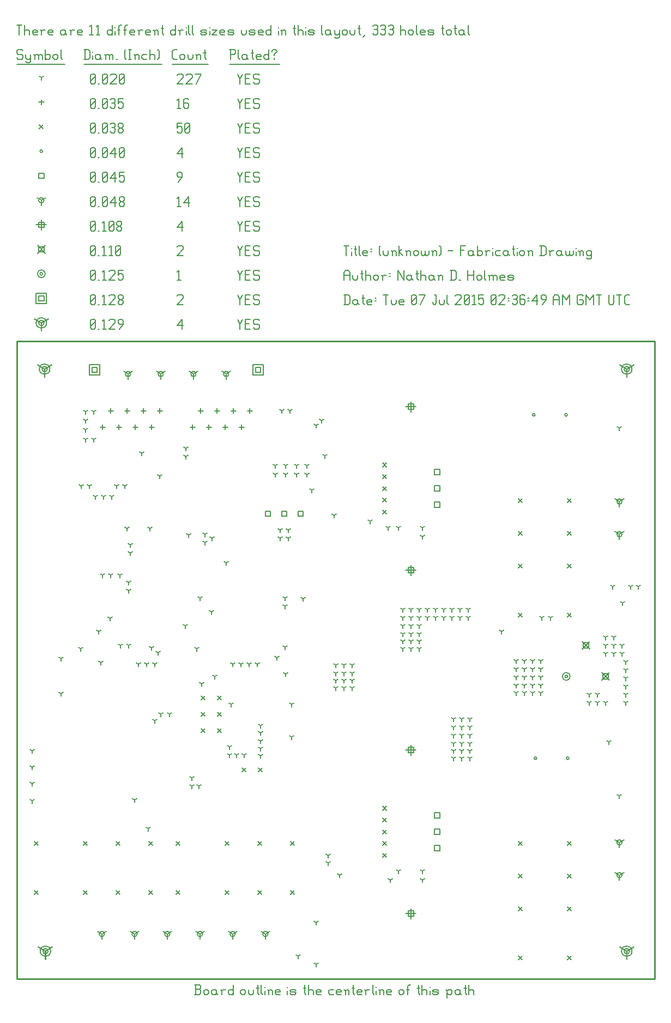
<source format=gbr>
G04 start of page 12 for group -3984 idx -3984 *
G04 Title: (unknown), fab *
G04 Creator: pcb 20140316 *
G04 CreationDate: Tue 07 Jul 2015 02:36:49 AM GMT UTC *
G04 For: ndholmes *
G04 Format: Gerber/RS-274X *
G04 PCB-Dimensions (mil): 3900.00 3900.00 *
G04 PCB-Coordinate-Origin: lower left *
%MOIN*%
%FSLAX25Y25*%
%LNFAB*%
%ADD152C,0.0100*%
%ADD151C,0.0075*%
%ADD150C,0.0060*%
%ADD149C,0.0001*%
%ADD148R,0.0080X0.0080*%
G54D148*X17500Y17000D02*Y12200D01*
G54D149*G36*
X16954Y17147D02*X21807Y19946D01*
X22206Y19253D01*
X17353Y16454D01*
X16954Y17147D01*
G37*
G36*
X17647Y16454D02*X12794Y19253D01*
X13193Y19946D01*
X18046Y17147D01*
X17647Y16454D01*
G37*
G54D148*X15900Y17000D02*G75*G03X19100Y17000I1600J0D01*G01*
G75*G03X15900Y17000I-1600J0D01*G01*
X14300D02*G75*G03X20700Y17000I3200J0D01*G01*
G75*G03X14300Y17000I-3200J0D01*G01*
X373000D02*Y12200D01*
G54D149*G36*
X372454Y17147D02*X377307Y19946D01*
X377706Y19253D01*
X372853Y16454D01*
X372454Y17147D01*
G37*
G36*
X373147Y16454D02*X368294Y19253D01*
X368693Y19946D01*
X373546Y17147D01*
X373147Y16454D01*
G37*
G54D148*X371400Y17000D02*G75*G03X374600Y17000I1600J0D01*G01*
G75*G03X371400Y17000I-1600J0D01*G01*
X369800D02*G75*G03X376200Y17000I3200J0D01*G01*
G75*G03X369800Y17000I-3200J0D01*G01*
X373000Y373000D02*Y368200D01*
G54D149*G36*
X372454Y373147D02*X377307Y375946D01*
X377706Y375253D01*
X372853Y372454D01*
X372454Y373147D01*
G37*
G36*
X373147Y372454D02*X368294Y375253D01*
X368693Y375946D01*
X373546Y373147D01*
X373147Y372454D01*
G37*
G54D148*X371400Y373000D02*G75*G03X374600Y373000I1600J0D01*G01*
G75*G03X371400Y373000I-1600J0D01*G01*
X369800D02*G75*G03X376200Y373000I3200J0D01*G01*
G75*G03X369800Y373000I-3200J0D01*G01*
X17000D02*Y368200D01*
G54D149*G36*
X16454Y373147D02*X21307Y375946D01*
X21706Y375253D01*
X16853Y372454D01*
X16454Y373147D01*
G37*
G36*
X17147Y372454D02*X12294Y375253D01*
X12693Y375946D01*
X17546Y373147D01*
X17147Y372454D01*
G37*
G54D148*X15400Y373000D02*G75*G03X18600Y373000I1600J0D01*G01*
G75*G03X15400Y373000I-1600J0D01*G01*
X13800D02*G75*G03X20200Y373000I3200J0D01*G01*
G75*G03X13800Y373000I-3200J0D01*G01*
X15000Y401250D02*Y396450D01*
G54D149*G36*
X14454Y401397D02*X19307Y404196D01*
X19706Y403503D01*
X14853Y400704D01*
X14454Y401397D01*
G37*
G36*
X15147Y400704D02*X10294Y403503D01*
X10693Y404196D01*
X15546Y401397D01*
X15147Y400704D01*
G37*
G54D148*X13400Y401250D02*G75*G03X16600Y401250I1600J0D01*G01*
G75*G03X13400Y401250I-1600J0D01*G01*
X11800D02*G75*G03X18200Y401250I3200J0D01*G01*
G75*G03X11800Y401250I-3200J0D01*G01*
G54D150*X135000Y403500D02*X136500Y400500D01*
X138000Y403500D01*
X136500Y400500D02*Y397500D01*
X139800Y400800D02*X142050D01*
X139800Y397500D02*X142800D01*
X139800Y403500D02*Y397500D01*
Y403500D02*X142800D01*
X147600D02*X148350Y402750D01*
X145350Y403500D02*X147600D01*
X144600Y402750D02*X145350Y403500D01*
X144600Y402750D02*Y401250D01*
X145350Y400500D01*
X147600D01*
X148350Y399750D01*
Y398250D01*
X147600Y397500D02*X148350Y398250D01*
X145350Y397500D02*X147600D01*
X144600Y398250D02*X145350Y397500D01*
X98000Y399750D02*X101000Y403500D01*
X98000Y399750D02*X101750D01*
X101000Y403500D02*Y397500D01*
X45000Y398250D02*X45750Y397500D01*
X45000Y402750D02*Y398250D01*
Y402750D02*X45750Y403500D01*
X47250D01*
X48000Y402750D01*
Y398250D01*
X47250Y397500D02*X48000Y398250D01*
X45750Y397500D02*X47250D01*
X45000Y399000D02*X48000Y402000D01*
X49800Y397500D02*X50550D01*
X52350Y402300D02*X53550Y403500D01*
Y397500D01*
X52350D02*X54600D01*
X56400Y402750D02*X57150Y403500D01*
X59400D01*
X60150Y402750D01*
Y401250D01*
X56400Y397500D02*X60150Y401250D01*
X56400Y397500D02*X60150D01*
X62700D02*X64950Y400500D01*
Y402750D02*Y400500D01*
X64200Y403500D02*X64950Y402750D01*
X62700Y403500D02*X64200D01*
X61950Y402750D02*X62700Y403500D01*
X61950Y402750D02*Y401250D01*
X62700Y400500D01*
X64950D01*
X145900Y374100D02*X149100D01*
X145900D02*Y370900D01*
X149100D01*
Y374100D02*Y370900D01*
X144300Y375700D02*X150700D01*
X144300D02*Y369300D01*
X150700D01*
Y375700D02*Y369300D01*
X45900Y374100D02*X49100D01*
X45900D02*Y370900D01*
X49100D01*
Y374100D02*Y370900D01*
X44300Y375700D02*X50700D01*
X44300D02*Y369300D01*
X50700D01*
Y375700D02*Y369300D01*
X13400Y417850D02*X16600D01*
X13400D02*Y414650D01*
X16600D01*
Y417850D02*Y414650D01*
X11800Y419450D02*X18200D01*
X11800D02*Y413050D01*
X18200D01*
Y419450D02*Y413050D01*
X135000Y418500D02*X136500Y415500D01*
X138000Y418500D01*
X136500Y415500D02*Y412500D01*
X139800Y415800D02*X142050D01*
X139800Y412500D02*X142800D01*
X139800Y418500D02*Y412500D01*
Y418500D02*X142800D01*
X147600D02*X148350Y417750D01*
X145350Y418500D02*X147600D01*
X144600Y417750D02*X145350Y418500D01*
X144600Y417750D02*Y416250D01*
X145350Y415500D01*
X147600D01*
X148350Y414750D01*
Y413250D01*
X147600Y412500D02*X148350Y413250D01*
X145350Y412500D02*X147600D01*
X144600Y413250D02*X145350Y412500D01*
X98000Y417750D02*X98750Y418500D01*
X101000D01*
X101750Y417750D01*
Y416250D01*
X98000Y412500D02*X101750Y416250D01*
X98000Y412500D02*X101750D01*
X45000Y413250D02*X45750Y412500D01*
X45000Y417750D02*Y413250D01*
Y417750D02*X45750Y418500D01*
X47250D01*
X48000Y417750D01*
Y413250D01*
X47250Y412500D02*X48000Y413250D01*
X45750Y412500D02*X47250D01*
X45000Y414000D02*X48000Y417000D01*
X49800Y412500D02*X50550D01*
X52350Y417300D02*X53550Y418500D01*
Y412500D01*
X52350D02*X54600D01*
X56400Y417750D02*X57150Y418500D01*
X59400D01*
X60150Y417750D01*
Y416250D01*
X56400Y412500D02*X60150Y416250D01*
X56400Y412500D02*X60150D01*
X61950Y413250D02*X62700Y412500D01*
X61950Y414450D02*Y413250D01*
Y414450D02*X63000Y415500D01*
X63900D01*
X64950Y414450D01*
Y413250D01*
X64200Y412500D02*X64950Y413250D01*
X62700Y412500D02*X64200D01*
X61950Y416550D02*X63000Y415500D01*
X61950Y417750D02*Y416550D01*
Y417750D02*X62700Y418500D01*
X64200D01*
X64950Y417750D01*
Y416550D01*
X63900Y415500D02*X64950Y416550D01*
X335200Y185000D02*G75*G03X336800Y185000I800J0D01*G01*
G75*G03X335200Y185000I-800J0D01*G01*
X333600D02*G75*G03X338400Y185000I2400J0D01*G01*
G75*G03X333600Y185000I-2400J0D01*G01*
X14200Y431250D02*G75*G03X15800Y431250I800J0D01*G01*
G75*G03X14200Y431250I-800J0D01*G01*
X12600D02*G75*G03X17400Y431250I2400J0D01*G01*
G75*G03X12600Y431250I-2400J0D01*G01*
X135000Y433500D02*X136500Y430500D01*
X138000Y433500D01*
X136500Y430500D02*Y427500D01*
X139800Y430800D02*X142050D01*
X139800Y427500D02*X142800D01*
X139800Y433500D02*Y427500D01*
Y433500D02*X142800D01*
X147600D02*X148350Y432750D01*
X145350Y433500D02*X147600D01*
X144600Y432750D02*X145350Y433500D01*
X144600Y432750D02*Y431250D01*
X145350Y430500D01*
X147600D01*
X148350Y429750D01*
Y428250D01*
X147600Y427500D02*X148350Y428250D01*
X145350Y427500D02*X147600D01*
X144600Y428250D02*X145350Y427500D01*
X98000Y432300D02*X99200Y433500D01*
Y427500D01*
X98000D02*X100250D01*
X45000Y428250D02*X45750Y427500D01*
X45000Y432750D02*Y428250D01*
Y432750D02*X45750Y433500D01*
X47250D01*
X48000Y432750D01*
Y428250D01*
X47250Y427500D02*X48000Y428250D01*
X45750Y427500D02*X47250D01*
X45000Y429000D02*X48000Y432000D01*
X49800Y427500D02*X50550D01*
X52350Y432300D02*X53550Y433500D01*
Y427500D01*
X52350D02*X54600D01*
X56400Y432750D02*X57150Y433500D01*
X59400D01*
X60150Y432750D01*
Y431250D01*
X56400Y427500D02*X60150Y431250D01*
X56400Y427500D02*X60150D01*
X61950Y433500D02*X64950D01*
X61950D02*Y430500D01*
X62700Y431250D01*
X64200D01*
X64950Y430500D01*
Y428250D01*
X64200Y427500D02*X64950Y428250D01*
X62700Y427500D02*X64200D01*
X61950Y428250D02*X62700Y427500D01*
X357600Y187400D02*X362400Y182600D01*
X357600D02*X362400Y187400D01*
X358400Y186600D02*X361600D01*
X358400D02*Y183400D01*
X361600D01*
Y186600D02*Y183400D01*
X345600Y206400D02*X350400Y201600D01*
X345600D02*X350400Y206400D01*
X346400Y205600D02*X349600D01*
X346400D02*Y202400D01*
X349600D01*
Y205600D02*Y202400D01*
X12600Y448650D02*X17400Y443850D01*
X12600D02*X17400Y448650D01*
X13400Y447850D02*X16600D01*
X13400D02*Y444650D01*
X16600D01*
Y447850D02*Y444650D01*
X135000Y448500D02*X136500Y445500D01*
X138000Y448500D01*
X136500Y445500D02*Y442500D01*
X139800Y445800D02*X142050D01*
X139800Y442500D02*X142800D01*
X139800Y448500D02*Y442500D01*
Y448500D02*X142800D01*
X147600D02*X148350Y447750D01*
X145350Y448500D02*X147600D01*
X144600Y447750D02*X145350Y448500D01*
X144600Y447750D02*Y446250D01*
X145350Y445500D01*
X147600D01*
X148350Y444750D01*
Y443250D01*
X147600Y442500D02*X148350Y443250D01*
X145350Y442500D02*X147600D01*
X144600Y443250D02*X145350Y442500D01*
X98000Y447750D02*X98750Y448500D01*
X101000D01*
X101750Y447750D01*
Y446250D01*
X98000Y442500D02*X101750Y446250D01*
X98000Y442500D02*X101750D01*
X45000Y443250D02*X45750Y442500D01*
X45000Y447750D02*Y443250D01*
Y447750D02*X45750Y448500D01*
X47250D01*
X48000Y447750D01*
Y443250D01*
X47250Y442500D02*X48000Y443250D01*
X45750Y442500D02*X47250D01*
X45000Y444000D02*X48000Y447000D01*
X49800Y442500D02*X50550D01*
X52350Y447300D02*X53550Y448500D01*
Y442500D01*
X52350D02*X54600D01*
X56400Y447300D02*X57600Y448500D01*
Y442500D01*
X56400D02*X58650D01*
X60450Y443250D02*X61200Y442500D01*
X60450Y447750D02*Y443250D01*
Y447750D02*X61200Y448500D01*
X62700D01*
X63450Y447750D01*
Y443250D01*
X62700Y442500D02*X63450Y443250D01*
X61200Y442500D02*X62700D01*
X60450Y444000D02*X63450Y447000D01*
X241000Y43200D02*Y36800D01*
X237800Y40000D02*X244200D01*
X239400Y41600D02*X242600D01*
X239400D02*Y38400D01*
X242600D01*
Y41600D02*Y38400D01*
X241000Y143200D02*Y136800D01*
X237800Y140000D02*X244200D01*
X239400Y141600D02*X242600D01*
X239400D02*Y138400D01*
X242600D01*
Y141600D02*Y138400D01*
X241000Y253200D02*Y246800D01*
X237800Y250000D02*X244200D01*
X239400Y251600D02*X242600D01*
X239400D02*Y248400D01*
X242600D01*
Y251600D02*Y248400D01*
X241000Y353200D02*Y346800D01*
X237800Y350000D02*X244200D01*
X239400Y351600D02*X242600D01*
X239400D02*Y348400D01*
X242600D01*
Y351600D02*Y348400D01*
X15000Y464450D02*Y458050D01*
X11800Y461250D02*X18200D01*
X13400Y462850D02*X16600D01*
X13400D02*Y459650D01*
X16600D01*
Y462850D02*Y459650D01*
X135000Y463500D02*X136500Y460500D01*
X138000Y463500D01*
X136500Y460500D02*Y457500D01*
X139800Y460800D02*X142050D01*
X139800Y457500D02*X142800D01*
X139800Y463500D02*Y457500D01*
Y463500D02*X142800D01*
X147600D02*X148350Y462750D01*
X145350Y463500D02*X147600D01*
X144600Y462750D02*X145350Y463500D01*
X144600Y462750D02*Y461250D01*
X145350Y460500D01*
X147600D01*
X148350Y459750D01*
Y458250D01*
X147600Y457500D02*X148350Y458250D01*
X145350Y457500D02*X147600D01*
X144600Y458250D02*X145350Y457500D01*
X98000Y459750D02*X101000Y463500D01*
X98000Y459750D02*X101750D01*
X101000Y463500D02*Y457500D01*
X45000Y458250D02*X45750Y457500D01*
X45000Y462750D02*Y458250D01*
Y462750D02*X45750Y463500D01*
X47250D01*
X48000Y462750D01*
Y458250D01*
X47250Y457500D02*X48000Y458250D01*
X45750Y457500D02*X47250D01*
X45000Y459000D02*X48000Y462000D01*
X49800Y457500D02*X50550D01*
X52350Y462300D02*X53550Y463500D01*
Y457500D01*
X52350D02*X54600D01*
X56400Y458250D02*X57150Y457500D01*
X56400Y462750D02*Y458250D01*
Y462750D02*X57150Y463500D01*
X58650D01*
X59400Y462750D01*
Y458250D01*
X58650Y457500D02*X59400Y458250D01*
X57150Y457500D02*X58650D01*
X56400Y459000D02*X59400Y462000D01*
X61200Y458250D02*X61950Y457500D01*
X61200Y459450D02*Y458250D01*
Y459450D02*X62250Y460500D01*
X63150D01*
X64200Y459450D01*
Y458250D01*
X63450Y457500D02*X64200Y458250D01*
X61950Y457500D02*X63450D01*
X61200Y461550D02*X62250Y460500D01*
X61200Y462750D02*Y461550D01*
Y462750D02*X61950Y463500D01*
X63450D01*
X64200Y462750D01*
Y461550D01*
X63150Y460500D02*X64200Y461550D01*
X368500Y63500D02*Y60300D01*
Y63500D02*X371273Y65100D01*
X368500Y63500D02*X365727Y65100D01*
X366900Y63500D02*G75*G03X370100Y63500I1600J0D01*G01*
G75*G03X366900Y63500I-1600J0D01*G01*
X368500Y83500D02*Y80300D01*
Y83500D02*X371273Y85100D01*
X368500Y83500D02*X365727Y85100D01*
X366900Y83500D02*G75*G03X370100Y83500I1600J0D01*G01*
G75*G03X366900Y83500I-1600J0D01*G01*
X368500Y272000D02*Y268800D01*
Y272000D02*X371273Y273600D01*
X368500Y272000D02*X365727Y273600D01*
X366900Y272000D02*G75*G03X370100Y272000I1600J0D01*G01*
G75*G03X366900Y272000I-1600J0D01*G01*
X368500Y292000D02*Y288800D01*
Y292000D02*X371273Y293600D01*
X368500Y292000D02*X365727Y293600D01*
X366900Y292000D02*G75*G03X370100Y292000I1600J0D01*G01*
G75*G03X366900Y292000I-1600J0D01*G01*
X88000Y370000D02*Y366800D01*
Y370000D02*X90773Y371600D01*
X88000Y370000D02*X85227Y371600D01*
X86400Y370000D02*G75*G03X89600Y370000I1600J0D01*G01*
G75*G03X86400Y370000I-1600J0D01*G01*
X68000D02*Y366800D01*
Y370000D02*X70773Y371600D01*
X68000Y370000D02*X65227Y371600D01*
X66400Y370000D02*G75*G03X69600Y370000I1600J0D01*G01*
G75*G03X66400Y370000I-1600J0D01*G01*
X128000D02*Y366800D01*
Y370000D02*X130773Y371600D01*
X128000Y370000D02*X125227Y371600D01*
X126400Y370000D02*G75*G03X129600Y370000I1600J0D01*G01*
G75*G03X126400Y370000I-1600J0D01*G01*
X108000D02*Y366800D01*
Y370000D02*X110773Y371600D01*
X108000Y370000D02*X105227Y371600D01*
X106400Y370000D02*G75*G03X109600Y370000I1600J0D01*G01*
G75*G03X106400Y370000I-1600J0D01*G01*
X92000Y27500D02*Y24300D01*
Y27500D02*X94773Y29100D01*
X92000Y27500D02*X89227Y29100D01*
X90400Y27500D02*G75*G03X93600Y27500I1600J0D01*G01*
G75*G03X90400Y27500I-1600J0D01*G01*
X112000D02*Y24300D01*
Y27500D02*X114773Y29100D01*
X112000Y27500D02*X109227Y29100D01*
X110400Y27500D02*G75*G03X113600Y27500I1600J0D01*G01*
G75*G03X110400Y27500I-1600J0D01*G01*
X52000D02*Y24300D01*
Y27500D02*X54773Y29100D01*
X52000Y27500D02*X49227Y29100D01*
X50400Y27500D02*G75*G03X53600Y27500I1600J0D01*G01*
G75*G03X50400Y27500I-1600J0D01*G01*
X72000D02*Y24300D01*
Y27500D02*X74773Y29100D01*
X72000Y27500D02*X69227Y29100D01*
X70400Y27500D02*G75*G03X73600Y27500I1600J0D01*G01*
G75*G03X70400Y27500I-1600J0D01*G01*
X132000D02*Y24300D01*
Y27500D02*X134773Y29100D01*
X132000Y27500D02*X129227Y29100D01*
X130400Y27500D02*G75*G03X133600Y27500I1600J0D01*G01*
G75*G03X130400Y27500I-1600J0D01*G01*
X152000D02*Y24300D01*
Y27500D02*X154773Y29100D01*
X152000Y27500D02*X149227Y29100D01*
X150400Y27500D02*G75*G03X153600Y27500I1600J0D01*G01*
G75*G03X150400Y27500I-1600J0D01*G01*
X15000Y476250D02*Y473050D01*
Y476250D02*X17773Y477850D01*
X15000Y476250D02*X12227Y477850D01*
X13400Y476250D02*G75*G03X16600Y476250I1600J0D01*G01*
G75*G03X13400Y476250I-1600J0D01*G01*
X135000Y478500D02*X136500Y475500D01*
X138000Y478500D01*
X136500Y475500D02*Y472500D01*
X139800Y475800D02*X142050D01*
X139800Y472500D02*X142800D01*
X139800Y478500D02*Y472500D01*
Y478500D02*X142800D01*
X147600D02*X148350Y477750D01*
X145350Y478500D02*X147600D01*
X144600Y477750D02*X145350Y478500D01*
X144600Y477750D02*Y476250D01*
X145350Y475500D01*
X147600D01*
X148350Y474750D01*
Y473250D01*
X147600Y472500D02*X148350Y473250D01*
X145350Y472500D02*X147600D01*
X144600Y473250D02*X145350Y472500D01*
X98000Y477300D02*X99200Y478500D01*
Y472500D01*
X98000D02*X100250D01*
X102050Y474750D02*X105050Y478500D01*
X102050Y474750D02*X105800D01*
X105050Y478500D02*Y472500D01*
X45000Y473250D02*X45750Y472500D01*
X45000Y477750D02*Y473250D01*
Y477750D02*X45750Y478500D01*
X47250D01*
X48000Y477750D01*
Y473250D01*
X47250Y472500D02*X48000Y473250D01*
X45750Y472500D02*X47250D01*
X45000Y474000D02*X48000Y477000D01*
X49800Y472500D02*X50550D01*
X52350Y473250D02*X53100Y472500D01*
X52350Y477750D02*Y473250D01*
Y477750D02*X53100Y478500D01*
X54600D01*
X55350Y477750D01*
Y473250D01*
X54600Y472500D02*X55350Y473250D01*
X53100Y472500D02*X54600D01*
X52350Y474000D02*X55350Y477000D01*
X57150Y474750D02*X60150Y478500D01*
X57150Y474750D02*X60900D01*
X60150Y478500D02*Y472500D01*
X62700Y473250D02*X63450Y472500D01*
X62700Y474450D02*Y473250D01*
Y474450D02*X63750Y475500D01*
X64650D01*
X65700Y474450D01*
Y473250D01*
X64950Y472500D02*X65700Y473250D01*
X63450Y472500D02*X64950D01*
X62700Y476550D02*X63750Y475500D01*
X62700Y477750D02*Y476550D01*
Y477750D02*X63450Y478500D01*
X64950D01*
X65700Y477750D01*
Y476550D01*
X64650Y475500D02*X65700Y476550D01*
X255400Y101600D02*X258600D01*
X255400D02*Y98400D01*
X258600D01*
Y101600D02*Y98400D01*
X255400Y91600D02*X258600D01*
X255400D02*Y88400D01*
X258600D01*
Y91600D02*Y88400D01*
X255400Y81600D02*X258600D01*
X255400D02*Y78400D01*
X258600D01*
Y81600D02*Y78400D01*
X255400Y311600D02*X258600D01*
X255400D02*Y308400D01*
X258600D01*
Y311600D02*Y308400D01*
X255400Y301600D02*X258600D01*
X255400D02*Y298400D01*
X258600D01*
Y301600D02*Y298400D01*
X255400Y291600D02*X258600D01*
X255400D02*Y288400D01*
X258600D01*
Y291600D02*Y288400D01*
X151900Y286100D02*X155100D01*
X151900D02*Y282900D01*
X155100D01*
Y286100D02*Y282900D01*
X161900Y286100D02*X165100D01*
X161900D02*Y282900D01*
X165100D01*
Y286100D02*Y282900D01*
X171900Y286100D02*X175100D01*
X171900D02*Y282900D01*
X175100D01*
Y286100D02*Y282900D01*
X13400Y492850D02*X16600D01*
X13400D02*Y489650D01*
X16600D01*
Y492850D02*Y489650D01*
X135000Y493500D02*X136500Y490500D01*
X138000Y493500D01*
X136500Y490500D02*Y487500D01*
X139800Y490800D02*X142050D01*
X139800Y487500D02*X142800D01*
X139800Y493500D02*Y487500D01*
Y493500D02*X142800D01*
X147600D02*X148350Y492750D01*
X145350Y493500D02*X147600D01*
X144600Y492750D02*X145350Y493500D01*
X144600Y492750D02*Y491250D01*
X145350Y490500D01*
X147600D01*
X148350Y489750D01*
Y488250D01*
X147600Y487500D02*X148350Y488250D01*
X145350Y487500D02*X147600D01*
X144600Y488250D02*X145350Y487500D01*
X98750D02*X101000Y490500D01*
Y492750D02*Y490500D01*
X100250Y493500D02*X101000Y492750D01*
X98750Y493500D02*X100250D01*
X98000Y492750D02*X98750Y493500D01*
X98000Y492750D02*Y491250D01*
X98750Y490500D01*
X101000D01*
X45000Y488250D02*X45750Y487500D01*
X45000Y492750D02*Y488250D01*
Y492750D02*X45750Y493500D01*
X47250D01*
X48000Y492750D01*
Y488250D01*
X47250Y487500D02*X48000Y488250D01*
X45750Y487500D02*X47250D01*
X45000Y489000D02*X48000Y492000D01*
X49800Y487500D02*X50550D01*
X52350Y488250D02*X53100Y487500D01*
X52350Y492750D02*Y488250D01*
Y492750D02*X53100Y493500D01*
X54600D01*
X55350Y492750D01*
Y488250D01*
X54600Y487500D02*X55350Y488250D01*
X53100Y487500D02*X54600D01*
X52350Y489000D02*X55350Y492000D01*
X57150Y489750D02*X60150Y493500D01*
X57150Y489750D02*X60900D01*
X60150Y493500D02*Y487500D01*
X62700Y493500D02*X65700D01*
X62700D02*Y490500D01*
X63450Y491250D01*
X64950D01*
X65700Y490500D01*
Y488250D01*
X64950Y487500D02*X65700Y488250D01*
X63450Y487500D02*X64950D01*
X62700Y488250D02*X63450Y487500D01*
X336050Y135000D02*G75*G03X337650Y135000I800J0D01*G01*
G75*G03X336050Y135000I-800J0D01*G01*
X316350D02*G75*G03X317950Y135000I800J0D01*G01*
G75*G03X316350Y135000I-800J0D01*G01*
X335050Y345000D02*G75*G03X336650Y345000I800J0D01*G01*
G75*G03X335050Y345000I-800J0D01*G01*
X315350D02*G75*G03X316950Y345000I800J0D01*G01*
G75*G03X315350Y345000I-800J0D01*G01*
X14200Y506250D02*G75*G03X15800Y506250I800J0D01*G01*
G75*G03X14200Y506250I-800J0D01*G01*
X135000Y508500D02*X136500Y505500D01*
X138000Y508500D01*
X136500Y505500D02*Y502500D01*
X139800Y505800D02*X142050D01*
X139800Y502500D02*X142800D01*
X139800Y508500D02*Y502500D01*
Y508500D02*X142800D01*
X147600D02*X148350Y507750D01*
X145350Y508500D02*X147600D01*
X144600Y507750D02*X145350Y508500D01*
X144600Y507750D02*Y506250D01*
X145350Y505500D01*
X147600D01*
X148350Y504750D01*
Y503250D01*
X147600Y502500D02*X148350Y503250D01*
X145350Y502500D02*X147600D01*
X144600Y503250D02*X145350Y502500D01*
X98000Y504750D02*X101000Y508500D01*
X98000Y504750D02*X101750D01*
X101000Y508500D02*Y502500D01*
X45000Y503250D02*X45750Y502500D01*
X45000Y507750D02*Y503250D01*
Y507750D02*X45750Y508500D01*
X47250D01*
X48000Y507750D01*
Y503250D01*
X47250Y502500D02*X48000Y503250D01*
X45750Y502500D02*X47250D01*
X45000Y504000D02*X48000Y507000D01*
X49800Y502500D02*X50550D01*
X52350Y503250D02*X53100Y502500D01*
X52350Y507750D02*Y503250D01*
Y507750D02*X53100Y508500D01*
X54600D01*
X55350Y507750D01*
Y503250D01*
X54600Y502500D02*X55350Y503250D01*
X53100Y502500D02*X54600D01*
X52350Y504000D02*X55350Y507000D01*
X57150Y504750D02*X60150Y508500D01*
X57150Y504750D02*X60900D01*
X60150Y508500D02*Y502500D01*
X62700Y503250D02*X63450Y502500D01*
X62700Y507750D02*Y503250D01*
Y507750D02*X63450Y508500D01*
X64950D01*
X65700Y507750D01*
Y503250D01*
X64950Y502500D02*X65700Y503250D01*
X63450Y502500D02*X64950D01*
X62700Y504000D02*X65700Y507000D01*
X336800Y223700D02*X339200Y221300D01*
X336800D02*X339200Y223700D01*
X336800Y253700D02*X339200Y251300D01*
X336800D02*X339200Y253700D01*
X336800Y273700D02*X339200Y271300D01*
X336800D02*X339200Y273700D01*
X336800Y293700D02*X339200Y291300D01*
X336800D02*X339200Y293700D01*
X306800D02*X309200Y291300D01*
X306800D02*X309200Y293700D01*
X306800Y273700D02*X309200Y271300D01*
X306800D02*X309200Y273700D01*
X306800Y253700D02*X309200Y251300D01*
X306800D02*X309200Y253700D01*
X306800Y223700D02*X309200Y221300D01*
X306800D02*X309200Y223700D01*
X223800Y76800D02*X226200Y74400D01*
X223800D02*X226200Y76800D01*
X223800Y84000D02*X226200Y81600D01*
X223800D02*X226200Y84000D01*
X223800Y91200D02*X226200Y88800D01*
X223800D02*X226200Y91200D01*
X223800Y98400D02*X226200Y96000D01*
X223800D02*X226200Y98400D01*
X223800Y105600D02*X226200Y103200D01*
X223800D02*X226200Y105600D01*
X223800Y286800D02*X226200Y284400D01*
X223800D02*X226200Y286800D01*
X223800Y294000D02*X226200Y291600D01*
X223800D02*X226200Y294000D01*
X223800Y301200D02*X226200Y298800D01*
X223800D02*X226200Y301200D01*
X223800Y308400D02*X226200Y306000D01*
X223800D02*X226200Y308400D01*
X223800Y315600D02*X226200Y313200D01*
X223800D02*X226200Y315600D01*
X336800Y14200D02*X339200Y11800D01*
X336800D02*X339200Y14200D01*
X336800Y44200D02*X339200Y41800D01*
X336800D02*X339200Y44200D01*
X336800Y64200D02*X339200Y61800D01*
X336800D02*X339200Y64200D01*
X336800Y84200D02*X339200Y81800D01*
X336800D02*X339200Y84200D01*
X306800D02*X309200Y81800D01*
X306800D02*X309200Y84200D01*
X306800Y64200D02*X309200Y61800D01*
X306800D02*X309200Y64200D01*
X306800Y44200D02*X309200Y41800D01*
X306800D02*X309200Y44200D01*
X306800Y14200D02*X309200Y11800D01*
X306800D02*X309200Y14200D01*
X10800Y54200D02*X13200Y51800D01*
X10800D02*X13200Y54200D01*
X40800D02*X43200Y51800D01*
X40800D02*X43200Y54200D01*
X60800D02*X63200Y51800D01*
X60800D02*X63200Y54200D01*
X80800D02*X83200Y51800D01*
X80800D02*X83200Y54200D01*
X80800Y84200D02*X83200Y81800D01*
X80800D02*X83200Y84200D01*
X60800D02*X63200Y81800D01*
X60800D02*X63200Y84200D01*
X40800D02*X43200Y81800D01*
X40800D02*X43200Y84200D01*
X10800D02*X13200Y81800D01*
X10800D02*X13200Y84200D01*
X97300Y54200D02*X99700Y51800D01*
X97300D02*X99700Y54200D01*
X127300D02*X129700Y51800D01*
X127300D02*X129700Y54200D01*
X147300D02*X149700Y51800D01*
X147300D02*X149700Y54200D01*
X167300D02*X169700Y51800D01*
X167300D02*X169700Y54200D01*
X167300Y84200D02*X169700Y81800D01*
X167300D02*X169700Y84200D01*
X147300D02*X149700Y81800D01*
X147300D02*X149700Y84200D01*
X127300D02*X129700Y81800D01*
X127300D02*X129700Y84200D01*
X97300D02*X99700Y81800D01*
X97300D02*X99700Y84200D01*
X147800Y129200D02*X150200Y126800D01*
X147800D02*X150200Y129200D01*
X137800D02*X140200Y126800D01*
X137800D02*X140200Y129200D01*
X112800Y173200D02*X115200Y170800D01*
X112800D02*X115200Y173200D01*
X112800Y163200D02*X115200Y160800D01*
X112800D02*X115200Y163200D01*
X112800Y153200D02*X115200Y150800D01*
X112800D02*X115200Y153200D01*
X122800Y173200D02*X125200Y170800D01*
X122800D02*X125200Y173200D01*
X122800Y163200D02*X125200Y160800D01*
X122800D02*X125200Y163200D01*
X122800Y153200D02*X125200Y150800D01*
X122800D02*X125200Y153200D01*
X13800Y522450D02*X16200Y520050D01*
X13800D02*X16200Y522450D01*
X135000Y523500D02*X136500Y520500D01*
X138000Y523500D01*
X136500Y520500D02*Y517500D01*
X139800Y520800D02*X142050D01*
X139800Y517500D02*X142800D01*
X139800Y523500D02*Y517500D01*
Y523500D02*X142800D01*
X147600D02*X148350Y522750D01*
X145350Y523500D02*X147600D01*
X144600Y522750D02*X145350Y523500D01*
X144600Y522750D02*Y521250D01*
X145350Y520500D01*
X147600D01*
X148350Y519750D01*
Y518250D01*
X147600Y517500D02*X148350Y518250D01*
X145350Y517500D02*X147600D01*
X144600Y518250D02*X145350Y517500D01*
X98000Y523500D02*X101000D01*
X98000D02*Y520500D01*
X98750Y521250D01*
X100250D01*
X101000Y520500D01*
Y518250D01*
X100250Y517500D02*X101000Y518250D01*
X98750Y517500D02*X100250D01*
X98000Y518250D02*X98750Y517500D01*
X102800Y518250D02*X103550Y517500D01*
X102800Y522750D02*Y518250D01*
Y522750D02*X103550Y523500D01*
X105050D01*
X105800Y522750D01*
Y518250D01*
X105050Y517500D02*X105800Y518250D01*
X103550Y517500D02*X105050D01*
X102800Y519000D02*X105800Y522000D01*
X45000Y518250D02*X45750Y517500D01*
X45000Y522750D02*Y518250D01*
Y522750D02*X45750Y523500D01*
X47250D01*
X48000Y522750D01*
Y518250D01*
X47250Y517500D02*X48000Y518250D01*
X45750Y517500D02*X47250D01*
X45000Y519000D02*X48000Y522000D01*
X49800Y517500D02*X50550D01*
X52350Y518250D02*X53100Y517500D01*
X52350Y522750D02*Y518250D01*
Y522750D02*X53100Y523500D01*
X54600D01*
X55350Y522750D01*
Y518250D01*
X54600Y517500D02*X55350Y518250D01*
X53100Y517500D02*X54600D01*
X52350Y519000D02*X55350Y522000D01*
X57150Y522750D02*X57900Y523500D01*
X59400D01*
X60150Y522750D01*
X59400Y517500D02*X60150Y518250D01*
X57900Y517500D02*X59400D01*
X57150Y518250D02*X57900Y517500D01*
Y520800D02*X59400D01*
X60150Y522750D02*Y521550D01*
Y520050D02*Y518250D01*
Y520050D02*X59400Y520800D01*
X60150Y521550D02*X59400Y520800D01*
X61950Y518250D02*X62700Y517500D01*
X61950Y519450D02*Y518250D01*
Y519450D02*X63000Y520500D01*
X63900D01*
X64950Y519450D01*
Y518250D01*
X64200Y517500D02*X64950Y518250D01*
X62700Y517500D02*X64200D01*
X61950Y521550D02*X63000Y520500D01*
X61950Y522750D02*Y521550D01*
Y522750D02*X62700Y523500D01*
X64200D01*
X64950Y522750D01*
Y521550D01*
X63900Y520500D02*X64950Y521550D01*
X142500Y349100D02*Y345900D01*
X140900Y347500D02*X144100D01*
X137500Y339100D02*Y335900D01*
X135900Y337500D02*X139100D01*
X132500Y349100D02*Y345900D01*
X130900Y347500D02*X134100D01*
X127500Y339100D02*Y335900D01*
X125900Y337500D02*X129100D01*
X122500Y349100D02*Y345900D01*
X120900Y347500D02*X124100D01*
X117500Y339100D02*Y335900D01*
X115900Y337500D02*X119100D01*
X112500Y349100D02*Y345900D01*
X110900Y347500D02*X114100D01*
X107500Y339100D02*Y335900D01*
X105900Y337500D02*X109100D01*
X87500Y349100D02*Y345900D01*
X85900Y347500D02*X89100D01*
X82500Y339100D02*Y335900D01*
X80900Y337500D02*X84100D01*
X77500Y349100D02*Y345900D01*
X75900Y347500D02*X79100D01*
X72500Y339100D02*Y335900D01*
X70900Y337500D02*X74100D01*
X67500Y349100D02*Y345900D01*
X65900Y347500D02*X69100D01*
X62500Y339100D02*Y335900D01*
X60900Y337500D02*X64100D01*
X57500Y349100D02*Y345900D01*
X55900Y347500D02*X59100D01*
X52500Y339100D02*Y335900D01*
X50900Y337500D02*X54100D01*
X15000Y537850D02*Y534650D01*
X13400Y536250D02*X16600D01*
X135000Y538500D02*X136500Y535500D01*
X138000Y538500D01*
X136500Y535500D02*Y532500D01*
X139800Y535800D02*X142050D01*
X139800Y532500D02*X142800D01*
X139800Y538500D02*Y532500D01*
Y538500D02*X142800D01*
X147600D02*X148350Y537750D01*
X145350Y538500D02*X147600D01*
X144600Y537750D02*X145350Y538500D01*
X144600Y537750D02*Y536250D01*
X145350Y535500D01*
X147600D01*
X148350Y534750D01*
Y533250D01*
X147600Y532500D02*X148350Y533250D01*
X145350Y532500D02*X147600D01*
X144600Y533250D02*X145350Y532500D01*
X98000Y537300D02*X99200Y538500D01*
Y532500D01*
X98000D02*X100250D01*
X104300Y538500D02*X105050Y537750D01*
X102800Y538500D02*X104300D01*
X102050Y537750D02*X102800Y538500D01*
X102050Y537750D02*Y533250D01*
X102800Y532500D01*
X104300Y535800D02*X105050Y535050D01*
X102050Y535800D02*X104300D01*
X102800Y532500D02*X104300D01*
X105050Y533250D01*
Y535050D02*Y533250D01*
X45000D02*X45750Y532500D01*
X45000Y537750D02*Y533250D01*
Y537750D02*X45750Y538500D01*
X47250D01*
X48000Y537750D01*
Y533250D01*
X47250Y532500D02*X48000Y533250D01*
X45750Y532500D02*X47250D01*
X45000Y534000D02*X48000Y537000D01*
X49800Y532500D02*X50550D01*
X52350Y533250D02*X53100Y532500D01*
X52350Y537750D02*Y533250D01*
Y537750D02*X53100Y538500D01*
X54600D01*
X55350Y537750D01*
Y533250D01*
X54600Y532500D02*X55350Y533250D01*
X53100Y532500D02*X54600D01*
X52350Y534000D02*X55350Y537000D01*
X57150Y537750D02*X57900Y538500D01*
X59400D01*
X60150Y537750D01*
X59400Y532500D02*X60150Y533250D01*
X57900Y532500D02*X59400D01*
X57150Y533250D02*X57900Y532500D01*
Y535800D02*X59400D01*
X60150Y537750D02*Y536550D01*
Y535050D02*Y533250D01*
Y535050D02*X59400Y535800D01*
X60150Y536550D02*X59400Y535800D01*
X61950Y538500D02*X64950D01*
X61950D02*Y535500D01*
X62700Y536250D01*
X64200D01*
X64950Y535500D01*
Y533250D01*
X64200Y532500D02*X64950Y533250D01*
X62700Y532500D02*X64200D01*
X61950Y533250D02*X62700Y532500D01*
X236000Y226000D02*Y224400D01*
Y226000D02*X237387Y226800D01*
X236000Y226000D02*X234613Y226800D01*
X241000Y226000D02*Y224400D01*
Y226000D02*X242387Y226800D01*
X241000Y226000D02*X239613Y226800D01*
X246000Y226000D02*Y224400D01*
Y226000D02*X247387Y226800D01*
X246000Y226000D02*X244613Y226800D01*
X236000Y221000D02*Y219400D01*
Y221000D02*X237387Y221800D01*
X236000Y221000D02*X234613Y221800D01*
X241000Y221000D02*Y219400D01*
Y221000D02*X242387Y221800D01*
X241000Y221000D02*X239613Y221800D01*
X246000Y221000D02*Y219400D01*
Y221000D02*X247387Y221800D01*
X246000Y221000D02*X244613Y221800D01*
X236000Y216000D02*Y214400D01*
Y216000D02*X237387Y216800D01*
X236000Y216000D02*X234613Y216800D01*
X241000Y216000D02*Y214400D01*
Y216000D02*X242387Y216800D01*
X241000Y216000D02*X239613Y216800D01*
X246000Y216000D02*Y214400D01*
Y216000D02*X247387Y216800D01*
X246000Y216000D02*X244613Y216800D01*
X236000Y211000D02*Y209400D01*
Y211000D02*X237387Y211800D01*
X236000Y211000D02*X234613Y211800D01*
X241000Y211000D02*Y209400D01*
Y211000D02*X242387Y211800D01*
X241000Y211000D02*X239613Y211800D01*
X246000Y211000D02*Y209400D01*
Y211000D02*X247387Y211800D01*
X246000Y211000D02*X244613Y211800D01*
X236000Y206500D02*Y204900D01*
Y206500D02*X237387Y207300D01*
X236000Y206500D02*X234613Y207300D01*
X241000Y206500D02*Y204900D01*
Y206500D02*X242387Y207300D01*
X241000Y206500D02*X239613Y207300D01*
X246000Y206500D02*Y204900D01*
Y206500D02*X247387Y207300D01*
X246000Y206500D02*X244613Y207300D01*
X236000Y202000D02*Y200400D01*
Y202000D02*X237387Y202800D01*
X236000Y202000D02*X234613Y202800D01*
X241000Y202000D02*Y200400D01*
Y202000D02*X242387Y202800D01*
X241000Y202000D02*X239613Y202800D01*
X246000Y202000D02*Y200400D01*
Y202000D02*X247387Y202800D01*
X246000Y202000D02*X244613Y202800D01*
X251000Y226000D02*Y224400D01*
Y226000D02*X252387Y226800D01*
X251000Y226000D02*X249613Y226800D01*
X256000Y226000D02*Y224400D01*
Y226000D02*X257387Y226800D01*
X256000Y226000D02*X254613Y226800D01*
X261000Y226000D02*Y224400D01*
Y226000D02*X262387Y226800D01*
X261000Y226000D02*X259613Y226800D01*
X251000Y221000D02*Y219400D01*
Y221000D02*X252387Y221800D01*
X251000Y221000D02*X249613Y221800D01*
X256000Y221000D02*Y219400D01*
Y221000D02*X257387Y221800D01*
X256000Y221000D02*X254613Y221800D01*
X261000Y221000D02*Y219400D01*
Y221000D02*X262387Y221800D01*
X261000Y221000D02*X259613Y221800D01*
X266000Y221000D02*Y219400D01*
Y221000D02*X267387Y221800D01*
X266000Y221000D02*X264613Y221800D01*
X271000Y221000D02*Y219400D01*
Y221000D02*X272387Y221800D01*
X271000Y221000D02*X269613Y221800D01*
X276000Y221000D02*Y219400D01*
Y221000D02*X277387Y221800D01*
X276000Y221000D02*X274613Y221800D01*
X266000Y226000D02*Y224400D01*
Y226000D02*X267387Y226800D01*
X266000Y226000D02*X264613Y226800D01*
X271000Y226000D02*Y224400D01*
Y226000D02*X272387Y226800D01*
X271000Y226000D02*X269613Y226800D01*
X276000Y226000D02*Y224400D01*
Y226000D02*X277387Y226800D01*
X276000Y226000D02*X274613Y226800D01*
X315500Y194500D02*Y192900D01*
Y194500D02*X316887Y195300D01*
X315500Y194500D02*X314113Y195300D01*
X320500Y194500D02*Y192900D01*
Y194500D02*X321887Y195300D01*
X320500Y194500D02*X319113Y195300D01*
X315500Y189500D02*Y187900D01*
Y189500D02*X316887Y190300D01*
X315500Y189500D02*X314113Y190300D01*
X320500Y189500D02*Y187900D01*
Y189500D02*X321887Y190300D01*
X320500Y189500D02*X319113Y190300D01*
X315500Y184500D02*Y182900D01*
Y184500D02*X316887Y185300D01*
X315500Y184500D02*X314113Y185300D01*
X320500Y184500D02*Y182900D01*
Y184500D02*X321887Y185300D01*
X320500Y184500D02*X319113Y185300D01*
X315500Y179500D02*Y177900D01*
Y179500D02*X316887Y180300D01*
X315500Y179500D02*X314113Y180300D01*
X320500Y179500D02*Y177900D01*
Y179500D02*X321887Y180300D01*
X320500Y179500D02*X319113Y180300D01*
X315500Y175000D02*Y173400D01*
Y175000D02*X316887Y175800D01*
X315500Y175000D02*X314113Y175800D01*
X320500Y175000D02*Y173400D01*
Y175000D02*X321887Y175800D01*
X320500Y175000D02*X319113Y175800D01*
X305500Y194500D02*Y192900D01*
Y194500D02*X306887Y195300D01*
X305500Y194500D02*X304113Y195300D01*
X310500Y194500D02*Y192900D01*
Y194500D02*X311887Y195300D01*
X310500Y194500D02*X309113Y195300D01*
X305500Y189500D02*Y187900D01*
Y189500D02*X306887Y190300D01*
X305500Y189500D02*X304113Y190300D01*
X310500Y189500D02*Y187900D01*
Y189500D02*X311887Y190300D01*
X310500Y189500D02*X309113Y190300D01*
X305500Y184500D02*Y182900D01*
Y184500D02*X306887Y185300D01*
X305500Y184500D02*X304113Y185300D01*
X310500Y184500D02*Y182900D01*
Y184500D02*X311887Y185300D01*
X310500Y184500D02*X309113Y185300D01*
X305500Y179500D02*Y177900D01*
Y179500D02*X306887Y180300D01*
X305500Y179500D02*X304113Y180300D01*
X310500Y179500D02*Y177900D01*
Y179500D02*X311887Y180300D01*
X310500Y179500D02*X309113Y180300D01*
X305500Y175000D02*Y173400D01*
Y175000D02*X306887Y175800D01*
X305500Y175000D02*X304113Y175800D01*
X310500Y175000D02*Y173400D01*
Y175000D02*X311887Y175800D01*
X310500Y175000D02*X309113Y175800D01*
X267000Y149000D02*Y147400D01*
Y149000D02*X268387Y149800D01*
X267000Y149000D02*X265613Y149800D01*
X272000Y149000D02*Y147400D01*
Y149000D02*X273387Y149800D01*
X272000Y149000D02*X270613Y149800D01*
X267000Y144000D02*Y142400D01*
Y144000D02*X268387Y144800D01*
X267000Y144000D02*X265613Y144800D01*
X272000Y144000D02*Y142400D01*
Y144000D02*X273387Y144800D01*
X272000Y144000D02*X270613Y144800D01*
X267000Y139500D02*Y137900D01*
Y139500D02*X268387Y140300D01*
X267000Y139500D02*X265613Y140300D01*
X272000Y139500D02*Y137900D01*
Y139500D02*X273387Y140300D01*
X272000Y139500D02*X270613Y140300D01*
X277000Y139500D02*Y137900D01*
Y139500D02*X278387Y140300D01*
X277000Y139500D02*X275613Y140300D01*
X267000Y135000D02*Y133400D01*
Y135000D02*X268387Y135800D01*
X267000Y135000D02*X265613Y135800D01*
X272000Y135000D02*Y133400D01*
Y135000D02*X273387Y135800D01*
X272000Y135000D02*X270613Y135800D01*
X277000Y135000D02*Y133400D01*
Y135000D02*X278387Y135800D01*
X277000Y135000D02*X275613Y135800D01*
X277000Y149000D02*Y147400D01*
Y149000D02*X278387Y149800D01*
X277000Y149000D02*X275613Y149800D01*
X277000Y144000D02*Y142400D01*
Y144000D02*X278387Y144800D01*
X277000Y144000D02*X275613Y144800D01*
X277000Y154000D02*Y152400D01*
Y154000D02*X278387Y154800D01*
X277000Y154000D02*X275613Y154800D01*
X272000Y154000D02*Y152400D01*
Y154000D02*X273387Y154800D01*
X272000Y154000D02*X270613Y154800D01*
X267000Y154000D02*Y152400D01*
Y154000D02*X268387Y154800D01*
X267000Y154000D02*X265613Y154800D01*
X267000Y159000D02*Y157400D01*
Y159000D02*X268387Y159800D01*
X267000Y159000D02*X265613Y159800D01*
X272000Y159000D02*Y157400D01*
Y159000D02*X273387Y159800D01*
X272000Y159000D02*X270613Y159800D01*
X277000Y159000D02*Y157400D01*
Y159000D02*X278387Y159800D01*
X277000Y159000D02*X275613Y159800D01*
X195000Y192000D02*Y190400D01*
Y192000D02*X196387Y192800D01*
X195000Y192000D02*X193613Y192800D01*
X200000Y192000D02*Y190400D01*
Y192000D02*X201387Y192800D01*
X200000Y192000D02*X198613Y192800D01*
X195000Y187000D02*Y185400D01*
Y187000D02*X196387Y187800D01*
X195000Y187000D02*X193613Y187800D01*
X200000Y187000D02*Y185400D01*
Y187000D02*X201387Y187800D01*
X200000Y187000D02*X198613Y187800D01*
X195000Y182500D02*Y180900D01*
Y182500D02*X196387Y183300D01*
X195000Y182500D02*X193613Y183300D01*
X200000Y182500D02*Y180900D01*
Y182500D02*X201387Y183300D01*
X200000Y182500D02*X198613Y183300D01*
X195000Y178000D02*Y176400D01*
Y178000D02*X196387Y178800D01*
X195000Y178000D02*X193613Y178800D01*
X200000Y178000D02*Y176400D01*
Y178000D02*X201387Y178800D01*
X200000Y178000D02*X198613Y178800D01*
X205000Y192000D02*Y190400D01*
Y192000D02*X206387Y192800D01*
X205000Y192000D02*X203613Y192800D01*
X205000Y187000D02*Y185400D01*
Y187000D02*X206387Y187800D01*
X205000Y187000D02*X203613Y187800D01*
X205000Y182500D02*Y180900D01*
Y182500D02*X206387Y183300D01*
X205000Y182500D02*X203613Y183300D01*
X205000Y178000D02*Y176400D01*
Y178000D02*X206387Y178800D01*
X205000Y178000D02*X203613Y178800D01*
X362000Y145000D02*Y143400D01*
Y145000D02*X363387Y145800D01*
X362000Y145000D02*X360613Y145800D01*
X233500Y276000D02*Y274400D01*
Y276000D02*X234887Y276800D01*
X233500Y276000D02*X232113Y276800D01*
X248000Y270500D02*Y268900D01*
Y270500D02*X249387Y271300D01*
X248000Y270500D02*X246613Y271300D01*
X248000Y276000D02*Y274400D01*
Y276000D02*X249387Y276800D01*
X248000Y276000D02*X246613Y276800D01*
X227000Y276000D02*Y274400D01*
Y276000D02*X228387Y276800D01*
X227000Y276000D02*X225613Y276800D01*
X194000Y283500D02*Y281900D01*
Y283500D02*X195387Y284300D01*
X194000Y283500D02*X192613Y284300D01*
X233500Y66000D02*Y64400D01*
Y66000D02*X234887Y66800D01*
X233500Y66000D02*X232113Y66800D01*
X248000Y60500D02*Y58900D01*
Y60500D02*X249387Y61300D01*
X248000Y60500D02*X246613Y61300D01*
X248000Y66000D02*Y64400D01*
Y66000D02*X249387Y66800D01*
X248000Y66000D02*X246613Y66800D01*
X228500Y60500D02*Y58900D01*
Y60500D02*X229887Y61300D01*
X228500Y60500D02*X227113Y61300D01*
X197500Y63500D02*Y61900D01*
Y63500D02*X198887Y64300D01*
X197500Y63500D02*X196113Y64300D01*
X175000Y232500D02*Y230900D01*
Y232500D02*X176387Y233300D01*
X175000Y232500D02*X173613Y233300D01*
X164000Y228000D02*Y226400D01*
Y228000D02*X165387Y228800D01*
X164000Y228000D02*X162613Y228800D01*
X164000Y233000D02*Y231400D01*
Y233000D02*X165387Y233800D01*
X164000Y233000D02*X162613Y233800D01*
X161000Y269500D02*Y267900D01*
Y269500D02*X162387Y270300D01*
X161000Y269500D02*X159613Y270300D01*
X161000Y274500D02*Y272900D01*
Y274500D02*X162387Y275300D01*
X161000Y274500D02*X159613Y275300D01*
X166000Y269500D02*Y267900D01*
Y269500D02*X167387Y270300D01*
X166000Y269500D02*X164613Y270300D01*
X166000Y274500D02*Y272900D01*
Y274500D02*X167387Y275300D01*
X166000Y274500D02*X164613Y275300D01*
X370500Y230000D02*Y228400D01*
Y230000D02*X371887Y230800D01*
X370500Y230000D02*X369113Y230800D01*
X368500Y337000D02*Y335400D01*
Y337000D02*X369887Y337800D01*
X368500Y337000D02*X367113Y337800D01*
X360000Y209000D02*Y207400D01*
Y209000D02*X361387Y209800D01*
X360000Y209000D02*X358613Y209800D01*
X365000Y209000D02*Y207400D01*
Y209000D02*X366387Y209800D01*
X365000Y209000D02*X363613Y209800D01*
X360000Y204000D02*Y202400D01*
Y204000D02*X361387Y204800D01*
X360000Y204000D02*X358613Y204800D01*
X365000Y204000D02*Y202400D01*
Y204000D02*X366387Y204800D01*
X365000Y204000D02*X363613Y204800D01*
X360000Y199000D02*Y197400D01*
Y199000D02*X361387Y199800D01*
X360000Y199000D02*X358613Y199800D01*
X365000Y199000D02*Y197400D01*
Y199000D02*X366387Y199800D01*
X365000Y199000D02*X363613Y199800D01*
X370000Y204000D02*Y202400D01*
Y204000D02*X371387Y204800D01*
X370000Y204000D02*X368613Y204800D01*
X370000Y199000D02*Y197400D01*
Y199000D02*X371387Y199800D01*
X370000Y199000D02*X368613Y199800D01*
X372500Y194000D02*Y192400D01*
Y194000D02*X373887Y194800D01*
X372500Y194000D02*X371113Y194800D01*
X372500Y189000D02*Y187400D01*
Y189000D02*X373887Y189800D01*
X372500Y189000D02*X371113Y189800D01*
X372500Y184000D02*Y182400D01*
Y184000D02*X373887Y184800D01*
X372500Y184000D02*X371113Y184800D01*
X372500Y179000D02*Y177400D01*
Y179000D02*X373887Y179800D01*
X372500Y179000D02*X371113Y179800D01*
X372500Y174000D02*Y172400D01*
Y174000D02*X373887Y174800D01*
X372500Y174000D02*X371113Y174800D01*
X372500Y169000D02*Y167400D01*
Y169000D02*X373887Y169800D01*
X372500Y169000D02*X371113Y169800D01*
X350000Y174000D02*Y172400D01*
Y174000D02*X351387Y174800D01*
X350000Y174000D02*X348613Y174800D01*
X355000Y174000D02*Y172400D01*
Y174000D02*X356387Y174800D01*
X355000Y174000D02*X353613Y174800D01*
X350000Y169000D02*Y167400D01*
Y169000D02*X351387Y169800D01*
X350000Y169000D02*X348613Y169800D01*
X355000Y169000D02*Y167400D01*
Y169000D02*X356387Y169800D01*
X355000Y169000D02*X353613Y169800D01*
X360000Y169000D02*Y167400D01*
Y169000D02*X361387Y169800D01*
X360000Y169000D02*X358613Y169800D01*
X380000Y240000D02*Y238400D01*
Y240000D02*X381387Y240800D01*
X380000Y240000D02*X378613Y240800D01*
X375500Y240000D02*Y238400D01*
Y240000D02*X376887Y240800D01*
X375500Y240000D02*X374113Y240800D01*
X326500Y221000D02*Y219400D01*
Y221000D02*X327887Y221800D01*
X326500Y221000D02*X325113Y221800D01*
X321000Y221000D02*Y219400D01*
Y221000D02*X322387Y221800D01*
X321000Y221000D02*X319613Y221800D01*
X368500Y112000D02*Y110400D01*
Y112000D02*X369887Y112800D01*
X368500Y112000D02*X367113Y112800D01*
X296500Y212500D02*Y210900D01*
Y212500D02*X297887Y213300D01*
X296500Y212500D02*X295113Y213300D01*
X364500Y240000D02*Y238400D01*
Y240000D02*X365887Y240800D01*
X364500Y240000D02*X363113Y240800D01*
X186500Y341500D02*Y339900D01*
Y341500D02*X187887Y342300D01*
X186500Y341500D02*X185113Y342300D01*
X183000Y338500D02*Y336900D01*
Y338500D02*X184387Y339300D01*
X183000Y338500D02*X181613Y339300D01*
X42000Y341500D02*Y339900D01*
Y341500D02*X43387Y342300D01*
X42000Y341500D02*X40613Y342300D01*
X42000Y330000D02*Y328400D01*
Y330000D02*X43387Y330800D01*
X42000Y330000D02*X40613Y330800D01*
X47000Y330000D02*Y328400D01*
Y330000D02*X48387Y330800D01*
X47000Y330000D02*X45613Y330800D01*
X42000Y336000D02*Y334400D01*
Y336000D02*X43387Y336800D01*
X42000Y336000D02*X40613Y336800D01*
X42000Y347000D02*Y345400D01*
Y347000D02*X43387Y347800D01*
X42000Y347000D02*X40613Y347800D01*
X47000Y347000D02*Y345400D01*
Y347000D02*X48387Y347800D01*
X47000Y347000D02*X45613Y347800D01*
X39500Y301500D02*Y299900D01*
Y301500D02*X40887Y302300D01*
X39500Y301500D02*X38113Y302300D01*
X44500Y301500D02*Y299900D01*
Y301500D02*X45887Y302300D01*
X44500Y301500D02*X43113Y302300D01*
X216000Y280000D02*Y278400D01*
Y280000D02*X217387Y280800D01*
X216000Y280000D02*X214613Y280800D01*
X183000Y9000D02*Y7400D01*
Y9000D02*X184387Y9800D01*
X183000Y9000D02*X181613Y9800D01*
X172000Y14000D02*Y12400D01*
Y14000D02*X173387Y14800D01*
X172000Y14000D02*X170613Y14800D01*
X183000Y34500D02*Y32900D01*
Y34500D02*X184387Y35300D01*
X183000Y34500D02*X181613Y35300D01*
X164500Y314000D02*Y312400D01*
Y314000D02*X165887Y314800D01*
X164500Y314000D02*X163113Y314800D01*
X171000Y314000D02*Y312400D01*
Y314000D02*X172387Y314800D01*
X171000Y314000D02*X169613Y314800D01*
X158000Y314000D02*Y312400D01*
Y314000D02*X159387Y314800D01*
X158000Y314000D02*X156613Y314800D01*
X177500Y314000D02*Y312400D01*
Y314000D02*X178887Y314800D01*
X177500Y314000D02*X176113Y314800D01*
X164500Y308500D02*Y306900D01*
Y308500D02*X165887Y309300D01*
X164500Y308500D02*X163113Y309300D01*
X171000Y308500D02*Y306900D01*
Y308500D02*X172387Y309300D01*
X171000Y308500D02*X169613Y309300D01*
X158000Y308500D02*Y306900D01*
Y308500D02*X159387Y309300D01*
X158000Y308500D02*X156613Y309300D01*
X177500Y308500D02*Y306900D01*
Y308500D02*X178887Y309300D01*
X177500Y308500D02*X176113Y309300D01*
X188500Y320000D02*Y318400D01*
Y320000D02*X189887Y320800D01*
X188500Y320000D02*X187113Y320800D01*
X180500Y299000D02*Y297400D01*
Y299000D02*X181887Y299800D01*
X180500Y299000D02*X179113Y299800D01*
X190500Y75500D02*Y73900D01*
Y75500D02*X191887Y76300D01*
X190500Y75500D02*X189113Y76300D01*
X190500Y71000D02*Y69400D01*
Y71000D02*X191887Y71800D01*
X190500Y71000D02*X189113Y71800D01*
X162000Y347500D02*Y345900D01*
Y347500D02*X163387Y348300D01*
X162000Y347500D02*X160613Y348300D01*
X167000Y347500D02*Y345900D01*
Y347500D02*X168387Y348300D01*
X167000Y347500D02*X165613Y348300D01*
X80500Y92000D02*Y90400D01*
Y92000D02*X81887Y92800D01*
X80500Y92000D02*X79113Y92800D01*
X27000Y196000D02*Y194400D01*
Y196000D02*X28387Y196800D01*
X27000Y196000D02*X25613Y196800D01*
X27000Y174500D02*Y172900D01*
Y174500D02*X28387Y175300D01*
X27000Y174500D02*X25613Y175300D01*
X50000Y212500D02*Y210900D01*
Y212500D02*X51387Y213300D01*
X50000Y212500D02*X48613Y213300D01*
X39000Y202000D02*Y200400D01*
Y202000D02*X40387Y202800D01*
X39000Y202000D02*X37613Y202800D01*
X9500Y139500D02*Y137900D01*
Y139500D02*X10887Y140300D01*
X9500Y139500D02*X8113Y140300D01*
X9500Y129500D02*Y127900D01*
Y129500D02*X10887Y130300D01*
X9500Y129500D02*X8113Y130300D01*
X9500Y119500D02*Y117900D01*
Y119500D02*X10887Y120300D01*
X9500Y119500D02*X8113Y120300D01*
X9500Y109000D02*Y107400D01*
Y109000D02*X10887Y109800D01*
X9500Y109000D02*X8113Y109800D01*
X113000Y180500D02*Y178900D01*
Y180500D02*X114387Y181300D01*
X113000Y180500D02*X111613Y181300D01*
X121000Y185000D02*Y183400D01*
Y185000D02*X122387Y185800D01*
X121000Y185000D02*X119613Y185800D01*
X74500Y192500D02*Y190900D01*
Y192500D02*X75887Y193300D01*
X74500Y192500D02*X73113Y193300D01*
X79500Y192500D02*Y190900D01*
Y192500D02*X80887Y193300D01*
X79500Y192500D02*X78113Y193300D01*
X84500Y192500D02*Y190900D01*
Y192500D02*X85887Y193300D01*
X84500Y192500D02*X83113Y193300D01*
X137000Y192500D02*Y190900D01*
Y192500D02*X138387Y193300D01*
X137000Y192500D02*X135613Y193300D01*
X132000Y192500D02*Y190900D01*
Y192500D02*X133387Y193300D01*
X132000Y192500D02*X130613Y193300D01*
X84500Y158000D02*Y156400D01*
Y158000D02*X85887Y158800D01*
X84500Y158000D02*X83113Y158800D01*
X88000Y162000D02*Y160400D01*
Y162000D02*X89387Y162800D01*
X88000Y162000D02*X86613Y162800D01*
X51500Y193500D02*Y191900D01*
Y193500D02*X52887Y194300D01*
X51500Y193500D02*X50113Y194300D01*
X63500Y204000D02*Y202400D01*
Y204000D02*X64887Y204800D01*
X63500Y204000D02*X62113Y204800D01*
X57000Y220500D02*Y218900D01*
Y220500D02*X58387Y221300D01*
X57000Y220500D02*X55613Y221300D01*
X142000Y192500D02*Y190900D01*
Y192500D02*X143387Y193300D01*
X142000Y192500D02*X140613Y193300D01*
X147000Y192500D02*Y190900D01*
Y192500D02*X148387Y193300D01*
X147000Y192500D02*X145613Y193300D01*
X103500Y324500D02*Y322900D01*
Y324500D02*X104887Y325300D01*
X103500Y324500D02*X102113Y325300D01*
X103500Y319500D02*Y317900D01*
Y319500D02*X104887Y320300D01*
X103500Y319500D02*X102113Y320300D01*
X67500Y275500D02*Y273900D01*
Y275500D02*X68887Y276300D01*
X67500Y275500D02*X66113Y276300D01*
X69500Y265500D02*Y263900D01*
Y265500D02*X70887Y266300D01*
X69500Y265500D02*X68113Y266300D01*
X69500Y260500D02*Y258900D01*
Y260500D02*X70887Y261300D01*
X69500Y260500D02*X68113Y261300D01*
X68500Y242500D02*Y240900D01*
Y242500D02*X69887Y243300D01*
X68500Y242500D02*X67113Y243300D01*
X68500Y237500D02*Y235900D01*
Y237500D02*X69887Y238300D01*
X68500Y237500D02*X67113Y238300D01*
X105000Y271500D02*Y269900D01*
Y271500D02*X106387Y272300D01*
X105000Y271500D02*X103613Y272300D01*
X115000Y272000D02*Y270400D01*
Y272000D02*X116387Y272800D01*
X115000Y272000D02*X113613Y272800D01*
X112000Y233000D02*Y231400D01*
Y233000D02*X113387Y233800D01*
X112000Y233000D02*X110613Y233800D01*
X119000Y224500D02*Y222900D01*
Y224500D02*X120387Y225300D01*
X119000Y224500D02*X117613Y225300D01*
X110000Y202000D02*Y200400D01*
Y202000D02*X111387Y202800D01*
X110000Y202000D02*X108613Y202800D01*
X72000Y109500D02*Y107900D01*
Y109500D02*X73387Y110300D01*
X72000Y109500D02*X70613Y110300D01*
X131000Y168000D02*Y166400D01*
Y168000D02*X132387Y168800D01*
X131000Y168000D02*X129613Y168800D01*
X63000Y247000D02*Y245400D01*
Y247000D02*X64387Y247800D01*
X63000Y247000D02*X61613Y247800D01*
X57500Y247000D02*Y245400D01*
Y247000D02*X58887Y247800D01*
X57500Y247000D02*X56113Y247800D01*
X128000Y254500D02*Y252900D01*
Y254500D02*X129387Y255300D01*
X128000Y254500D02*X126613Y255300D01*
X52500Y247000D02*Y245400D01*
Y247000D02*X53887Y247800D01*
X52500Y247000D02*X51113Y247800D01*
X149000Y136500D02*Y134900D01*
Y136500D02*X150387Y137300D01*
X149000Y136500D02*X147613Y137300D01*
X149000Y141000D02*Y139400D01*
Y141000D02*X150387Y141800D01*
X149000Y141000D02*X147613Y141800D01*
X149000Y145500D02*Y143900D01*
Y145500D02*X150387Y146300D01*
X149000Y145500D02*X147613Y146300D01*
X149000Y150500D02*Y148900D01*
Y150500D02*X150387Y151300D01*
X149000Y150500D02*X147613Y151300D01*
X149000Y155000D02*Y153400D01*
Y155000D02*X150387Y155800D01*
X149000Y155000D02*X147613Y155800D01*
X82500Y202500D02*Y200900D01*
Y202500D02*X83887Y203300D01*
X82500Y202500D02*X81113Y203300D01*
X86500Y199500D02*Y197900D01*
Y199500D02*X87887Y200300D01*
X86500Y199500D02*X85113Y200300D01*
X93500Y162000D02*Y160400D01*
Y162000D02*X94887Y162800D01*
X93500Y162000D02*X92113Y162800D01*
X68500Y204000D02*Y202400D01*
Y204000D02*X69887Y204800D01*
X68500Y204000D02*X67113Y204800D01*
X103000Y216000D02*Y214400D01*
Y216000D02*X104387Y216800D01*
X103000Y216000D02*X101613Y216800D01*
X130000Y142000D02*Y140400D01*
Y142000D02*X131387Y142800D01*
X130000Y142000D02*X128613Y142800D01*
X130000Y137000D02*Y135400D01*
Y137000D02*X131387Y137800D01*
X130000Y137000D02*X128613Y137800D01*
X134500Y137000D02*Y135400D01*
Y137000D02*X135887Y137800D01*
X134500Y137000D02*X133113Y137800D01*
X139000Y137000D02*Y135400D01*
Y137000D02*X140387Y137800D01*
X139000Y137000D02*X137613Y137800D01*
X164000Y203000D02*Y201400D01*
Y203000D02*X165387Y203800D01*
X164000Y203000D02*X162613Y203800D01*
X107000Y118000D02*Y116400D01*
Y118000D02*X108387Y118800D01*
X107000Y118000D02*X105613Y118800D01*
X111500Y118000D02*Y116400D01*
Y118000D02*X112887Y118800D01*
X111500Y118000D02*X110113Y118800D01*
X107000Y123000D02*Y121400D01*
Y123000D02*X108387Y123800D01*
X107000Y123000D02*X105613Y123800D01*
X76500Y321500D02*Y319900D01*
Y321500D02*X77887Y322300D01*
X76500Y321500D02*X75113Y322300D01*
X87500Y307500D02*Y305900D01*
Y307500D02*X88887Y308300D01*
X87500Y307500D02*X86113Y308300D01*
X115000Y267000D02*Y265400D01*
Y267000D02*X116387Y267800D01*
X115000Y267000D02*X113613Y267800D01*
X119500Y269500D02*Y267900D01*
Y269500D02*X120887Y270300D01*
X119500Y269500D02*X118113Y270300D01*
X61000Y301500D02*Y299900D01*
Y301500D02*X62387Y302300D01*
X61000Y301500D02*X59613Y302300D01*
X66000Y301500D02*Y299900D01*
Y301500D02*X67387Y302300D01*
X66000Y301500D02*X64613Y302300D01*
X53000Y295000D02*Y293400D01*
Y295000D02*X54387Y295800D01*
X53000Y295000D02*X51613Y295800D01*
X58000Y295000D02*Y293400D01*
Y295000D02*X59387Y295800D01*
X58000Y295000D02*X56613Y295800D01*
X48000Y295000D02*Y293400D01*
Y295000D02*X49387Y295800D01*
X48000Y295000D02*X46613Y295800D01*
X81500Y275500D02*Y273900D01*
Y275500D02*X82887Y276300D01*
X81500Y275500D02*X80113Y276300D01*
X168000Y168000D02*Y166400D01*
Y168000D02*X169387Y168800D01*
X168000Y168000D02*X166613Y168800D01*
X168000Y148000D02*Y146400D01*
Y148000D02*X169387Y148800D01*
X168000Y148000D02*X166613Y148800D01*
X158957Y196500D02*Y194900D01*
Y196500D02*X160344Y197300D01*
X158957Y196500D02*X157570Y197300D01*
X164500Y186500D02*Y184900D01*
Y186500D02*X165887Y187300D01*
X164500Y186500D02*X163113Y187300D01*
X15000Y551250D02*Y549650D01*
Y551250D02*X16387Y552050D01*
X15000Y551250D02*X13613Y552050D01*
X135000Y553500D02*X136500Y550500D01*
X138000Y553500D01*
X136500Y550500D02*Y547500D01*
X139800Y550800D02*X142050D01*
X139800Y547500D02*X142800D01*
X139800Y553500D02*Y547500D01*
Y553500D02*X142800D01*
X147600D02*X148350Y552750D01*
X145350Y553500D02*X147600D01*
X144600Y552750D02*X145350Y553500D01*
X144600Y552750D02*Y551250D01*
X145350Y550500D01*
X147600D01*
X148350Y549750D01*
Y548250D01*
X147600Y547500D02*X148350Y548250D01*
X145350Y547500D02*X147600D01*
X144600Y548250D02*X145350Y547500D01*
X98000Y552750D02*X98750Y553500D01*
X101000D01*
X101750Y552750D01*
Y551250D01*
X98000Y547500D02*X101750Y551250D01*
X98000Y547500D02*X101750D01*
X103550Y552750D02*X104300Y553500D01*
X106550D01*
X107300Y552750D01*
Y551250D01*
X103550Y547500D02*X107300Y551250D01*
X103550Y547500D02*X107300D01*
X109850D02*X112850Y553500D01*
X109100D02*X112850D01*
X45000Y548250D02*X45750Y547500D01*
X45000Y552750D02*Y548250D01*
Y552750D02*X45750Y553500D01*
X47250D01*
X48000Y552750D01*
Y548250D01*
X47250Y547500D02*X48000Y548250D01*
X45750Y547500D02*X47250D01*
X45000Y549000D02*X48000Y552000D01*
X49800Y547500D02*X50550D01*
X52350Y548250D02*X53100Y547500D01*
X52350Y552750D02*Y548250D01*
Y552750D02*X53100Y553500D01*
X54600D01*
X55350Y552750D01*
Y548250D01*
X54600Y547500D02*X55350Y548250D01*
X53100Y547500D02*X54600D01*
X52350Y549000D02*X55350Y552000D01*
X57150Y552750D02*X57900Y553500D01*
X60150D01*
X60900Y552750D01*
Y551250D01*
X57150Y547500D02*X60900Y551250D01*
X57150Y547500D02*X60900D01*
X62700Y548250D02*X63450Y547500D01*
X62700Y552750D02*Y548250D01*
Y552750D02*X63450Y553500D01*
X64950D01*
X65700Y552750D01*
Y548250D01*
X64950Y547500D02*X65700Y548250D01*
X63450Y547500D02*X64950D01*
X62700Y549000D02*X65700Y552000D01*
X3000Y568500D02*X3750Y567750D01*
X750Y568500D02*X3000D01*
X0Y567750D02*X750Y568500D01*
X0Y567750D02*Y566250D01*
X750Y565500D01*
X3000D01*
X3750Y564750D01*
Y563250D01*
X3000Y562500D02*X3750Y563250D01*
X750Y562500D02*X3000D01*
X0Y563250D02*X750Y562500D01*
X5550Y565500D02*Y563250D01*
X6300Y562500D01*
X8550Y565500D02*Y561000D01*
X7800Y560250D02*X8550Y561000D01*
X6300Y560250D02*X7800D01*
X5550Y561000D02*X6300Y560250D01*
Y562500D02*X7800D01*
X8550Y563250D01*
X11100Y564750D02*Y562500D01*
Y564750D02*X11850Y565500D01*
X12600D01*
X13350Y564750D01*
Y562500D01*
Y564750D02*X14100Y565500D01*
X14850D01*
X15600Y564750D01*
Y562500D01*
X10350Y565500D02*X11100Y564750D01*
X17400Y568500D02*Y562500D01*
Y563250D02*X18150Y562500D01*
X19650D01*
X20400Y563250D01*
Y564750D02*Y563250D01*
X19650Y565500D02*X20400Y564750D01*
X18150Y565500D02*X19650D01*
X17400Y564750D02*X18150Y565500D01*
X22200Y564750D02*Y563250D01*
Y564750D02*X22950Y565500D01*
X24450D01*
X25200Y564750D01*
Y563250D01*
X24450Y562500D02*X25200Y563250D01*
X22950Y562500D02*X24450D01*
X22200Y563250D02*X22950Y562500D01*
X27000Y568500D02*Y563250D01*
X27750Y562500D01*
X0Y559250D02*X29250D01*
X41750Y568500D02*Y562500D01*
X43700Y568500D02*X44750Y567450D01*
Y563550D01*
X43700Y562500D02*X44750Y563550D01*
X41000Y562500D02*X43700D01*
X41000Y568500D02*X43700D01*
G54D151*X46550Y567000D02*Y566850D01*
G54D150*Y564750D02*Y562500D01*
X50300Y565500D02*X51050Y564750D01*
X48800Y565500D02*X50300D01*
X48050Y564750D02*X48800Y565500D01*
X48050Y564750D02*Y563250D01*
X48800Y562500D01*
X51050Y565500D02*Y563250D01*
X51800Y562500D01*
X48800D02*X50300D01*
X51050Y563250D01*
X54350Y564750D02*Y562500D01*
Y564750D02*X55100Y565500D01*
X55850D01*
X56600Y564750D01*
Y562500D01*
Y564750D02*X57350Y565500D01*
X58100D01*
X58850Y564750D01*
Y562500D01*
X53600Y565500D02*X54350Y564750D01*
X60650Y562500D02*X61400D01*
X65900Y563250D02*X66650Y562500D01*
X65900Y567750D02*X66650Y568500D01*
X65900Y567750D02*Y563250D01*
X68450Y568500D02*X69950D01*
X69200D02*Y562500D01*
X68450D02*X69950D01*
X72500Y564750D02*Y562500D01*
Y564750D02*X73250Y565500D01*
X74000D01*
X74750Y564750D01*
Y562500D01*
X71750Y565500D02*X72500Y564750D01*
X77300Y565500D02*X79550D01*
X76550Y564750D02*X77300Y565500D01*
X76550Y564750D02*Y563250D01*
X77300Y562500D01*
X79550D01*
X81350Y568500D02*Y562500D01*
Y564750D02*X82100Y565500D01*
X83600D01*
X84350Y564750D01*
Y562500D01*
X86150Y568500D02*X86900Y567750D01*
Y563250D01*
X86150Y562500D02*X86900Y563250D01*
X41000Y559250D02*X88700D01*
X96050Y562500D02*X98000D01*
X95000Y563550D02*X96050Y562500D01*
X95000Y567450D02*Y563550D01*
Y567450D02*X96050Y568500D01*
X98000D01*
X99800Y564750D02*Y563250D01*
Y564750D02*X100550Y565500D01*
X102050D01*
X102800Y564750D01*
Y563250D01*
X102050Y562500D02*X102800Y563250D01*
X100550Y562500D02*X102050D01*
X99800Y563250D02*X100550Y562500D01*
X104600Y565500D02*Y563250D01*
X105350Y562500D01*
X106850D01*
X107600Y563250D01*
Y565500D02*Y563250D01*
X110150Y564750D02*Y562500D01*
Y564750D02*X110900Y565500D01*
X111650D01*
X112400Y564750D01*
Y562500D01*
X109400Y565500D02*X110150Y564750D01*
X114950Y568500D02*Y563250D01*
X115700Y562500D01*
X114200Y566250D02*X115700D01*
X95000Y559250D02*X117200D01*
X130750Y568500D02*Y562500D01*
X130000Y568500D02*X133000D01*
X133750Y567750D01*
Y566250D01*
X133000Y565500D02*X133750Y566250D01*
X130750Y565500D02*X133000D01*
X135550Y568500D02*Y563250D01*
X136300Y562500D01*
X140050Y565500D02*X140800Y564750D01*
X138550Y565500D02*X140050D01*
X137800Y564750D02*X138550Y565500D01*
X137800Y564750D02*Y563250D01*
X138550Y562500D01*
X140800Y565500D02*Y563250D01*
X141550Y562500D01*
X138550D02*X140050D01*
X140800Y563250D01*
X144100Y568500D02*Y563250D01*
X144850Y562500D01*
X143350Y566250D02*X144850D01*
X147100Y562500D02*X149350D01*
X146350Y563250D02*X147100Y562500D01*
X146350Y564750D02*Y563250D01*
Y564750D02*X147100Y565500D01*
X148600D01*
X149350Y564750D01*
X146350Y564000D02*X149350D01*
Y564750D02*Y564000D01*
X154150Y568500D02*Y562500D01*
X153400D02*X154150Y563250D01*
X151900Y562500D02*X153400D01*
X151150Y563250D02*X151900Y562500D01*
X151150Y564750D02*Y563250D01*
Y564750D02*X151900Y565500D01*
X153400D01*
X154150Y564750D01*
X157450Y565500D02*Y564750D01*
Y563250D02*Y562500D01*
X155950Y567750D02*Y567000D01*
Y567750D02*X156700Y568500D01*
X158200D01*
X158950Y567750D01*
Y567000D01*
X157450Y565500D02*X158950Y567000D01*
X130000Y559250D02*X160750D01*
X0Y583500D02*X3000D01*
X1500D02*Y577500D01*
X4800Y583500D02*Y577500D01*
Y579750D02*X5550Y580500D01*
X7050D01*
X7800Y579750D01*
Y577500D01*
X10350D02*X12600D01*
X9600Y578250D02*X10350Y577500D01*
X9600Y579750D02*Y578250D01*
Y579750D02*X10350Y580500D01*
X11850D01*
X12600Y579750D01*
X9600Y579000D02*X12600D01*
Y579750D02*Y579000D01*
X15150Y579750D02*Y577500D01*
Y579750D02*X15900Y580500D01*
X17400D01*
X14400D02*X15150Y579750D01*
X19950Y577500D02*X22200D01*
X19200Y578250D02*X19950Y577500D01*
X19200Y579750D02*Y578250D01*
Y579750D02*X19950Y580500D01*
X21450D01*
X22200Y579750D01*
X19200Y579000D02*X22200D01*
Y579750D02*Y579000D01*
X28950Y580500D02*X29700Y579750D01*
X27450Y580500D02*X28950D01*
X26700Y579750D02*X27450Y580500D01*
X26700Y579750D02*Y578250D01*
X27450Y577500D01*
X29700Y580500D02*Y578250D01*
X30450Y577500D01*
X27450D02*X28950D01*
X29700Y578250D01*
X33000Y579750D02*Y577500D01*
Y579750D02*X33750Y580500D01*
X35250D01*
X32250D02*X33000Y579750D01*
X37800Y577500D02*X40050D01*
X37050Y578250D02*X37800Y577500D01*
X37050Y579750D02*Y578250D01*
Y579750D02*X37800Y580500D01*
X39300D01*
X40050Y579750D01*
X37050Y579000D02*X40050D01*
Y579750D02*Y579000D01*
X44550Y582300D02*X45750Y583500D01*
Y577500D01*
X44550D02*X46800D01*
X48600Y582300D02*X49800Y583500D01*
Y577500D01*
X48600D02*X50850D01*
X58350Y583500D02*Y577500D01*
X57600D02*X58350Y578250D01*
X56100Y577500D02*X57600D01*
X55350Y578250D02*X56100Y577500D01*
X55350Y579750D02*Y578250D01*
Y579750D02*X56100Y580500D01*
X57600D01*
X58350Y579750D01*
G54D151*X60150Y582000D02*Y581850D01*
G54D150*Y579750D02*Y577500D01*
X62400Y582750D02*Y577500D01*
Y582750D02*X63150Y583500D01*
X63900D01*
X61650Y580500D02*X63150D01*
X66150Y582750D02*Y577500D01*
Y582750D02*X66900Y583500D01*
X67650D01*
X65400Y580500D02*X66900D01*
X69900Y577500D02*X72150D01*
X69150Y578250D02*X69900Y577500D01*
X69150Y579750D02*Y578250D01*
Y579750D02*X69900Y580500D01*
X71400D01*
X72150Y579750D01*
X69150Y579000D02*X72150D01*
Y579750D02*Y579000D01*
X74700Y579750D02*Y577500D01*
Y579750D02*X75450Y580500D01*
X76950D01*
X73950D02*X74700Y579750D01*
X79500Y577500D02*X81750D01*
X78750Y578250D02*X79500Y577500D01*
X78750Y579750D02*Y578250D01*
Y579750D02*X79500Y580500D01*
X81000D01*
X81750Y579750D01*
X78750Y579000D02*X81750D01*
Y579750D02*Y579000D01*
X84300Y579750D02*Y577500D01*
Y579750D02*X85050Y580500D01*
X85800D01*
X86550Y579750D01*
Y577500D01*
X83550Y580500D02*X84300Y579750D01*
X89100Y583500D02*Y578250D01*
X89850Y577500D01*
X88350Y581250D02*X89850D01*
X97050Y583500D02*Y577500D01*
X96300D02*X97050Y578250D01*
X94800Y577500D02*X96300D01*
X94050Y578250D02*X94800Y577500D01*
X94050Y579750D02*Y578250D01*
Y579750D02*X94800Y580500D01*
X96300D01*
X97050Y579750D01*
X99600D02*Y577500D01*
Y579750D02*X100350Y580500D01*
X101850D01*
X98850D02*X99600Y579750D01*
G54D151*X103650Y582000D02*Y581850D01*
G54D150*Y579750D02*Y577500D01*
X105150Y583500D02*Y578250D01*
X105900Y577500D01*
X107400Y583500D02*Y578250D01*
X108150Y577500D01*
X113100D02*X115350D01*
X116100Y578250D01*
X115350Y579000D02*X116100Y578250D01*
X113100Y579000D02*X115350D01*
X112350Y579750D02*X113100Y579000D01*
X112350Y579750D02*X113100Y580500D01*
X115350D01*
X116100Y579750D01*
X112350Y578250D02*X113100Y577500D01*
G54D151*X117900Y582000D02*Y581850D01*
G54D150*Y579750D02*Y577500D01*
X119400Y580500D02*X122400D01*
X119400Y577500D02*X122400Y580500D01*
X119400Y577500D02*X122400D01*
X124950D02*X127200D01*
X124200Y578250D02*X124950Y577500D01*
X124200Y579750D02*Y578250D01*
Y579750D02*X124950Y580500D01*
X126450D01*
X127200Y579750D01*
X124200Y579000D02*X127200D01*
Y579750D02*Y579000D01*
X129750Y577500D02*X132000D01*
X132750Y578250D01*
X132000Y579000D02*X132750Y578250D01*
X129750Y579000D02*X132000D01*
X129000Y579750D02*X129750Y579000D01*
X129000Y579750D02*X129750Y580500D01*
X132000D01*
X132750Y579750D01*
X129000Y578250D02*X129750Y577500D01*
X137250Y580500D02*Y578250D01*
X138000Y577500D01*
X139500D01*
X140250Y578250D01*
Y580500D02*Y578250D01*
X142800Y577500D02*X145050D01*
X145800Y578250D01*
X145050Y579000D02*X145800Y578250D01*
X142800Y579000D02*X145050D01*
X142050Y579750D02*X142800Y579000D01*
X142050Y579750D02*X142800Y580500D01*
X145050D01*
X145800Y579750D01*
X142050Y578250D02*X142800Y577500D01*
X148350D02*X150600D01*
X147600Y578250D02*X148350Y577500D01*
X147600Y579750D02*Y578250D01*
Y579750D02*X148350Y580500D01*
X149850D01*
X150600Y579750D01*
X147600Y579000D02*X150600D01*
Y579750D02*Y579000D01*
X155400Y583500D02*Y577500D01*
X154650D02*X155400Y578250D01*
X153150Y577500D02*X154650D01*
X152400Y578250D02*X153150Y577500D01*
X152400Y579750D02*Y578250D01*
Y579750D02*X153150Y580500D01*
X154650D01*
X155400Y579750D01*
G54D151*X159900Y582000D02*Y581850D01*
G54D150*Y579750D02*Y577500D01*
X162150Y579750D02*Y577500D01*
Y579750D02*X162900Y580500D01*
X163650D01*
X164400Y579750D01*
Y577500D01*
X161400Y580500D02*X162150Y579750D01*
X169650Y583500D02*Y578250D01*
X170400Y577500D01*
X168900Y581250D02*X170400D01*
X171900Y583500D02*Y577500D01*
Y579750D02*X172650Y580500D01*
X174150D01*
X174900Y579750D01*
Y577500D01*
G54D151*X176700Y582000D02*Y581850D01*
G54D150*Y579750D02*Y577500D01*
X178950D02*X181200D01*
X181950Y578250D01*
X181200Y579000D02*X181950Y578250D01*
X178950Y579000D02*X181200D01*
X178200Y579750D02*X178950Y579000D01*
X178200Y579750D02*X178950Y580500D01*
X181200D01*
X181950Y579750D01*
X178200Y578250D02*X178950Y577500D01*
X186450Y583500D02*Y578250D01*
X187200Y577500D01*
X190950Y580500D02*X191700Y579750D01*
X189450Y580500D02*X190950D01*
X188700Y579750D02*X189450Y580500D01*
X188700Y579750D02*Y578250D01*
X189450Y577500D01*
X191700Y580500D02*Y578250D01*
X192450Y577500D01*
X189450D02*X190950D01*
X191700Y578250D01*
X194250Y580500D02*Y578250D01*
X195000Y577500D01*
X197250Y580500D02*Y576000D01*
X196500Y575250D02*X197250Y576000D01*
X195000Y575250D02*X196500D01*
X194250Y576000D02*X195000Y575250D01*
Y577500D02*X196500D01*
X197250Y578250D01*
X199050Y579750D02*Y578250D01*
Y579750D02*X199800Y580500D01*
X201300D01*
X202050Y579750D01*
Y578250D01*
X201300Y577500D02*X202050Y578250D01*
X199800Y577500D02*X201300D01*
X199050Y578250D02*X199800Y577500D01*
X203850Y580500D02*Y578250D01*
X204600Y577500D01*
X206100D01*
X206850Y578250D01*
Y580500D02*Y578250D01*
X209400Y583500D02*Y578250D01*
X210150Y577500D01*
X208650Y581250D02*X210150D01*
X211650Y576000D02*X213150Y577500D01*
X217650Y582750D02*X218400Y583500D01*
X219900D01*
X220650Y582750D01*
X219900Y577500D02*X220650Y578250D01*
X218400Y577500D02*X219900D01*
X217650Y578250D02*X218400Y577500D01*
Y580800D02*X219900D01*
X220650Y582750D02*Y581550D01*
Y580050D02*Y578250D01*
Y580050D02*X219900Y580800D01*
X220650Y581550D02*X219900Y580800D01*
X222450Y582750D02*X223200Y583500D01*
X224700D01*
X225450Y582750D01*
X224700Y577500D02*X225450Y578250D01*
X223200Y577500D02*X224700D01*
X222450Y578250D02*X223200Y577500D01*
Y580800D02*X224700D01*
X225450Y582750D02*Y581550D01*
Y580050D02*Y578250D01*
Y580050D02*X224700Y580800D01*
X225450Y581550D02*X224700Y580800D01*
X227250Y582750D02*X228000Y583500D01*
X229500D01*
X230250Y582750D01*
X229500Y577500D02*X230250Y578250D01*
X228000Y577500D02*X229500D01*
X227250Y578250D02*X228000Y577500D01*
Y580800D02*X229500D01*
X230250Y582750D02*Y581550D01*
Y580050D02*Y578250D01*
Y580050D02*X229500Y580800D01*
X230250Y581550D02*X229500Y580800D01*
X234750Y583500D02*Y577500D01*
Y579750D02*X235500Y580500D01*
X237000D01*
X237750Y579750D01*
Y577500D01*
X239550Y579750D02*Y578250D01*
Y579750D02*X240300Y580500D01*
X241800D01*
X242550Y579750D01*
Y578250D01*
X241800Y577500D02*X242550Y578250D01*
X240300Y577500D02*X241800D01*
X239550Y578250D02*X240300Y577500D01*
X244350Y583500D02*Y578250D01*
X245100Y577500D01*
X247350D02*X249600D01*
X246600Y578250D02*X247350Y577500D01*
X246600Y579750D02*Y578250D01*
Y579750D02*X247350Y580500D01*
X248850D01*
X249600Y579750D01*
X246600Y579000D02*X249600D01*
Y579750D02*Y579000D01*
X252150Y577500D02*X254400D01*
X255150Y578250D01*
X254400Y579000D02*X255150Y578250D01*
X252150Y579000D02*X254400D01*
X251400Y579750D02*X252150Y579000D01*
X251400Y579750D02*X252150Y580500D01*
X254400D01*
X255150Y579750D01*
X251400Y578250D02*X252150Y577500D01*
X260400Y583500D02*Y578250D01*
X261150Y577500D01*
X259650Y581250D02*X261150D01*
X262650Y579750D02*Y578250D01*
Y579750D02*X263400Y580500D01*
X264900D01*
X265650Y579750D01*
Y578250D01*
X264900Y577500D02*X265650Y578250D01*
X263400Y577500D02*X264900D01*
X262650Y578250D02*X263400Y577500D01*
X268200Y583500D02*Y578250D01*
X268950Y577500D01*
X267450Y581250D02*X268950D01*
X272700Y580500D02*X273450Y579750D01*
X271200Y580500D02*X272700D01*
X270450Y579750D02*X271200Y580500D01*
X270450Y579750D02*Y578250D01*
X271200Y577500D01*
X273450Y580500D02*Y578250D01*
X274200Y577500D01*
X271200D02*X272700D01*
X273450Y578250D01*
X276000Y583500D02*Y578250D01*
X276750Y577500D01*
G54D152*X390000Y0D02*Y390000D01*
X0D01*
Y0D01*
X390000D01*
G54D150*X108675Y-9500D02*X111675D01*
X112425Y-8750D01*
Y-6950D02*Y-8750D01*
X111675Y-6200D02*X112425Y-6950D01*
X109425Y-6200D02*X111675D01*
X109425Y-3500D02*Y-9500D01*
X108675Y-3500D02*X111675D01*
X112425Y-4250D01*
Y-5450D01*
X111675Y-6200D02*X112425Y-5450D01*
X114225Y-7250D02*Y-8750D01*
Y-7250D02*X114975Y-6500D01*
X116475D01*
X117225Y-7250D01*
Y-8750D01*
X116475Y-9500D02*X117225Y-8750D01*
X114975Y-9500D02*X116475D01*
X114225Y-8750D02*X114975Y-9500D01*
X121275Y-6500D02*X122025Y-7250D01*
X119775Y-6500D02*X121275D01*
X119025Y-7250D02*X119775Y-6500D01*
X119025Y-7250D02*Y-8750D01*
X119775Y-9500D01*
X122025Y-6500D02*Y-8750D01*
X122775Y-9500D01*
X119775D02*X121275D01*
X122025Y-8750D01*
X125325Y-7250D02*Y-9500D01*
Y-7250D02*X126075Y-6500D01*
X127575D01*
X124575D02*X125325Y-7250D01*
X132375Y-3500D02*Y-9500D01*
X131625D02*X132375Y-8750D01*
X130125Y-9500D02*X131625D01*
X129375Y-8750D02*X130125Y-9500D01*
X129375Y-7250D02*Y-8750D01*
Y-7250D02*X130125Y-6500D01*
X131625D01*
X132375Y-7250D01*
X136875D02*Y-8750D01*
Y-7250D02*X137625Y-6500D01*
X139125D01*
X139875Y-7250D01*
Y-8750D01*
X139125Y-9500D02*X139875Y-8750D01*
X137625Y-9500D02*X139125D01*
X136875Y-8750D02*X137625Y-9500D01*
X141675Y-6500D02*Y-8750D01*
X142425Y-9500D01*
X143925D01*
X144675Y-8750D01*
Y-6500D02*Y-8750D01*
X147225Y-3500D02*Y-8750D01*
X147975Y-9500D01*
X146475Y-5750D02*X147975D01*
X149475Y-3500D02*Y-8750D01*
X150225Y-9500D01*
G54D151*X151725Y-5000D02*Y-5150D01*
G54D150*Y-7250D02*Y-9500D01*
X153975Y-7250D02*Y-9500D01*
Y-7250D02*X154725Y-6500D01*
X155475D01*
X156225Y-7250D01*
Y-9500D01*
X153225Y-6500D02*X153975Y-7250D01*
X158775Y-9500D02*X161025D01*
X158025Y-8750D02*X158775Y-9500D01*
X158025Y-7250D02*Y-8750D01*
Y-7250D02*X158775Y-6500D01*
X160275D01*
X161025Y-7250D01*
X158025Y-8000D02*X161025D01*
Y-7250D02*Y-8000D01*
G54D151*X165525Y-5000D02*Y-5150D01*
G54D150*Y-7250D02*Y-9500D01*
X167775D02*X170025D01*
X170775Y-8750D01*
X170025Y-8000D02*X170775Y-8750D01*
X167775Y-8000D02*X170025D01*
X167025Y-7250D02*X167775Y-8000D01*
X167025Y-7250D02*X167775Y-6500D01*
X170025D01*
X170775Y-7250D01*
X167025Y-8750D02*X167775Y-9500D01*
X176025Y-3500D02*Y-8750D01*
X176775Y-9500D01*
X175275Y-5750D02*X176775D01*
X178275Y-3500D02*Y-9500D01*
Y-7250D02*X179025Y-6500D01*
X180525D01*
X181275Y-7250D01*
Y-9500D01*
X183825D02*X186075D01*
X183075Y-8750D02*X183825Y-9500D01*
X183075Y-7250D02*Y-8750D01*
Y-7250D02*X183825Y-6500D01*
X185325D01*
X186075Y-7250D01*
X183075Y-8000D02*X186075D01*
Y-7250D02*Y-8000D01*
X191325Y-6500D02*X193575D01*
X190575Y-7250D02*X191325Y-6500D01*
X190575Y-7250D02*Y-8750D01*
X191325Y-9500D01*
X193575D01*
X196125D02*X198375D01*
X195375Y-8750D02*X196125Y-9500D01*
X195375Y-7250D02*Y-8750D01*
Y-7250D02*X196125Y-6500D01*
X197625D01*
X198375Y-7250D01*
X195375Y-8000D02*X198375D01*
Y-7250D02*Y-8000D01*
X200925Y-7250D02*Y-9500D01*
Y-7250D02*X201675Y-6500D01*
X202425D01*
X203175Y-7250D01*
Y-9500D01*
X200175Y-6500D02*X200925Y-7250D01*
X205725Y-3500D02*Y-8750D01*
X206475Y-9500D01*
X204975Y-5750D02*X206475D01*
X208725Y-9500D02*X210975D01*
X207975Y-8750D02*X208725Y-9500D01*
X207975Y-7250D02*Y-8750D01*
Y-7250D02*X208725Y-6500D01*
X210225D01*
X210975Y-7250D01*
X207975Y-8000D02*X210975D01*
Y-7250D02*Y-8000D01*
X213525Y-7250D02*Y-9500D01*
Y-7250D02*X214275Y-6500D01*
X215775D01*
X212775D02*X213525Y-7250D01*
X217575Y-3500D02*Y-8750D01*
X218325Y-9500D01*
G54D151*X219825Y-5000D02*Y-5150D01*
G54D150*Y-7250D02*Y-9500D01*
X222075Y-7250D02*Y-9500D01*
Y-7250D02*X222825Y-6500D01*
X223575D01*
X224325Y-7250D01*
Y-9500D01*
X221325Y-6500D02*X222075Y-7250D01*
X226875Y-9500D02*X229125D01*
X226125Y-8750D02*X226875Y-9500D01*
X226125Y-7250D02*Y-8750D01*
Y-7250D02*X226875Y-6500D01*
X228375D01*
X229125Y-7250D01*
X226125Y-8000D02*X229125D01*
Y-7250D02*Y-8000D01*
X233625Y-7250D02*Y-8750D01*
Y-7250D02*X234375Y-6500D01*
X235875D01*
X236625Y-7250D01*
Y-8750D01*
X235875Y-9500D02*X236625Y-8750D01*
X234375Y-9500D02*X235875D01*
X233625Y-8750D02*X234375Y-9500D01*
X239175Y-4250D02*Y-9500D01*
Y-4250D02*X239925Y-3500D01*
X240675D01*
X238425Y-6500D02*X239925D01*
X245625Y-3500D02*Y-8750D01*
X246375Y-9500D01*
X244875Y-5750D02*X246375D01*
X247875Y-3500D02*Y-9500D01*
Y-7250D02*X248625Y-6500D01*
X250125D01*
X250875Y-7250D01*
Y-9500D01*
G54D151*X252675Y-5000D02*Y-5150D01*
G54D150*Y-7250D02*Y-9500D01*
X254925D02*X257175D01*
X257925Y-8750D01*
X257175Y-8000D02*X257925Y-8750D01*
X254925Y-8000D02*X257175D01*
X254175Y-7250D02*X254925Y-8000D01*
X254175Y-7250D02*X254925Y-6500D01*
X257175D01*
X257925Y-7250D01*
X254175Y-8750D02*X254925Y-9500D01*
X263175Y-7250D02*Y-11750D01*
X262425Y-6500D02*X263175Y-7250D01*
X263925Y-6500D01*
X265425D01*
X266175Y-7250D01*
Y-8750D01*
X265425Y-9500D02*X266175Y-8750D01*
X263925Y-9500D02*X265425D01*
X263175Y-8750D02*X263925Y-9500D01*
X270225Y-6500D02*X270975Y-7250D01*
X268725Y-6500D02*X270225D01*
X267975Y-7250D02*X268725Y-6500D01*
X267975Y-7250D02*Y-8750D01*
X268725Y-9500D01*
X270975Y-6500D02*Y-8750D01*
X271725Y-9500D01*
X268725D02*X270225D01*
X270975Y-8750D01*
X274275Y-3500D02*Y-8750D01*
X275025Y-9500D01*
X273525Y-5750D02*X275025D01*
X276525Y-3500D02*Y-9500D01*
Y-7250D02*X277275Y-6500D01*
X278775D01*
X279525Y-7250D01*
Y-9500D01*
X200750Y418500D02*Y412500D01*
X202700Y418500D02*X203750Y417450D01*
Y413550D01*
X202700Y412500D02*X203750Y413550D01*
X200000Y412500D02*X202700D01*
X200000Y418500D02*X202700D01*
X207800Y415500D02*X208550Y414750D01*
X206300Y415500D02*X207800D01*
X205550Y414750D02*X206300Y415500D01*
X205550Y414750D02*Y413250D01*
X206300Y412500D01*
X208550Y415500D02*Y413250D01*
X209300Y412500D01*
X206300D02*X207800D01*
X208550Y413250D01*
X211850Y418500D02*Y413250D01*
X212600Y412500D01*
X211100Y416250D02*X212600D01*
X214850Y412500D02*X217100D01*
X214100Y413250D02*X214850Y412500D01*
X214100Y414750D02*Y413250D01*
Y414750D02*X214850Y415500D01*
X216350D01*
X217100Y414750D01*
X214100Y414000D02*X217100D01*
Y414750D02*Y414000D01*
X218900Y416250D02*X219650D01*
X218900Y414750D02*X219650D01*
X224150Y418500D02*X227150D01*
X225650D02*Y412500D01*
X228950Y415500D02*Y413250D01*
X229700Y412500D01*
X231200D01*
X231950Y413250D01*
Y415500D02*Y413250D01*
X234500Y412500D02*X236750D01*
X233750Y413250D02*X234500Y412500D01*
X233750Y414750D02*Y413250D01*
Y414750D02*X234500Y415500D01*
X236000D01*
X236750Y414750D01*
X233750Y414000D02*X236750D01*
Y414750D02*Y414000D01*
X241250Y413250D02*X242000Y412500D01*
X241250Y417750D02*Y413250D01*
Y417750D02*X242000Y418500D01*
X243500D01*
X244250Y417750D01*
Y413250D01*
X243500Y412500D02*X244250Y413250D01*
X242000Y412500D02*X243500D01*
X241250Y414000D02*X244250Y417000D01*
X246800Y412500D02*X249800Y418500D01*
X246050D02*X249800D01*
X255350D02*X256550D01*
Y413250D01*
X255800Y412500D02*X256550Y413250D01*
X255050Y412500D02*X255800D01*
X254300Y413250D02*X255050Y412500D01*
X254300Y414000D02*Y413250D01*
X258350Y415500D02*Y413250D01*
X259100Y412500D01*
X260600D01*
X261350Y413250D01*
Y415500D02*Y413250D01*
X263150Y418500D02*Y413250D01*
X263900Y412500D01*
X268100Y417750D02*X268850Y418500D01*
X271100D01*
X271850Y417750D01*
Y416250D01*
X268100Y412500D02*X271850Y416250D01*
X268100Y412500D02*X271850D01*
X273650Y413250D02*X274400Y412500D01*
X273650Y417750D02*Y413250D01*
Y417750D02*X274400Y418500D01*
X275900D01*
X276650Y417750D01*
Y413250D01*
X275900Y412500D02*X276650Y413250D01*
X274400Y412500D02*X275900D01*
X273650Y414000D02*X276650Y417000D01*
X278450Y417300D02*X279650Y418500D01*
Y412500D01*
X278450D02*X280700D01*
X282500Y418500D02*X285500D01*
X282500D02*Y415500D01*
X283250Y416250D01*
X284750D01*
X285500Y415500D01*
Y413250D01*
X284750Y412500D02*X285500Y413250D01*
X283250Y412500D02*X284750D01*
X282500Y413250D02*X283250Y412500D01*
X290000Y413250D02*X290750Y412500D01*
X290000Y417750D02*Y413250D01*
Y417750D02*X290750Y418500D01*
X292250D01*
X293000Y417750D01*
Y413250D01*
X292250Y412500D02*X293000Y413250D01*
X290750Y412500D02*X292250D01*
X290000Y414000D02*X293000Y417000D01*
X294800Y417750D02*X295550Y418500D01*
X297800D01*
X298550Y417750D01*
Y416250D01*
X294800Y412500D02*X298550Y416250D01*
X294800Y412500D02*X298550D01*
X300350Y416250D02*X301100D01*
X300350Y414750D02*X301100D01*
X302900Y417750D02*X303650Y418500D01*
X305150D01*
X305900Y417750D01*
X305150Y412500D02*X305900Y413250D01*
X303650Y412500D02*X305150D01*
X302900Y413250D02*X303650Y412500D01*
Y415800D02*X305150D01*
X305900Y417750D02*Y416550D01*
Y415050D02*Y413250D01*
Y415050D02*X305150Y415800D01*
X305900Y416550D02*X305150Y415800D01*
X309950Y418500D02*X310700Y417750D01*
X308450Y418500D02*X309950D01*
X307700Y417750D02*X308450Y418500D01*
X307700Y417750D02*Y413250D01*
X308450Y412500D01*
X309950Y415800D02*X310700Y415050D01*
X307700Y415800D02*X309950D01*
X308450Y412500D02*X309950D01*
X310700Y413250D01*
Y415050D02*Y413250D01*
X312500Y416250D02*X313250D01*
X312500Y414750D02*X313250D01*
X315050D02*X318050Y418500D01*
X315050Y414750D02*X318800D01*
X318050Y418500D02*Y412500D01*
X321350D02*X323600Y415500D01*
Y417750D02*Y415500D01*
X322850Y418500D02*X323600Y417750D01*
X321350Y418500D02*X322850D01*
X320600Y417750D02*X321350Y418500D01*
X320600Y417750D02*Y416250D01*
X321350Y415500D01*
X323600D01*
X328100Y417000D02*Y412500D01*
Y417000D02*X329150Y418500D01*
X330800D01*
X331850Y417000D01*
Y412500D01*
X328100Y415500D02*X331850D01*
X333650Y418500D02*Y412500D01*
Y418500D02*X335900Y415500D01*
X338150Y418500D01*
Y412500D01*
X345650Y418500D02*X346400Y417750D01*
X343400Y418500D02*X345650D01*
X342650Y417750D02*X343400Y418500D01*
X342650Y417750D02*Y413250D01*
X343400Y412500D01*
X345650D01*
X346400Y413250D01*
Y414750D02*Y413250D01*
X345650Y415500D02*X346400Y414750D01*
X344150Y415500D02*X345650D01*
X348200Y418500D02*Y412500D01*
Y418500D02*X350450Y415500D01*
X352700Y418500D01*
Y412500D01*
X354500Y418500D02*X357500D01*
X356000D02*Y412500D01*
X362000Y418500D02*Y413250D01*
X362750Y412500D01*
X364250D01*
X365000Y413250D01*
Y418500D02*Y413250D01*
X366800Y418500D02*X369800D01*
X368300D02*Y412500D01*
X372650D02*X374600D01*
X371600Y413550D02*X372650Y412500D01*
X371600Y417450D02*Y413550D01*
Y417450D02*X372650Y418500D01*
X374600D01*
X200000Y432000D02*Y427500D01*
Y432000D02*X201050Y433500D01*
X202700D01*
X203750Y432000D01*
Y427500D01*
X200000Y430500D02*X203750D01*
X205550D02*Y428250D01*
X206300Y427500D01*
X207800D01*
X208550Y428250D01*
Y430500D02*Y428250D01*
X211100Y433500D02*Y428250D01*
X211850Y427500D01*
X210350Y431250D02*X211850D01*
X213350Y433500D02*Y427500D01*
Y429750D02*X214100Y430500D01*
X215600D01*
X216350Y429750D01*
Y427500D01*
X218150Y429750D02*Y428250D01*
Y429750D02*X218900Y430500D01*
X220400D01*
X221150Y429750D01*
Y428250D01*
X220400Y427500D02*X221150Y428250D01*
X218900Y427500D02*X220400D01*
X218150Y428250D02*X218900Y427500D01*
X223700Y429750D02*Y427500D01*
Y429750D02*X224450Y430500D01*
X225950D01*
X222950D02*X223700Y429750D01*
X227750Y431250D02*X228500D01*
X227750Y429750D02*X228500D01*
X233000Y433500D02*Y427500D01*
Y433500D02*X236750Y427500D01*
Y433500D02*Y427500D01*
X240800Y430500D02*X241550Y429750D01*
X239300Y430500D02*X240800D01*
X238550Y429750D02*X239300Y430500D01*
X238550Y429750D02*Y428250D01*
X239300Y427500D01*
X241550Y430500D02*Y428250D01*
X242300Y427500D01*
X239300D02*X240800D01*
X241550Y428250D01*
X244850Y433500D02*Y428250D01*
X245600Y427500D01*
X244100Y431250D02*X245600D01*
X247100Y433500D02*Y427500D01*
Y429750D02*X247850Y430500D01*
X249350D01*
X250100Y429750D01*
Y427500D01*
X254150Y430500D02*X254900Y429750D01*
X252650Y430500D02*X254150D01*
X251900Y429750D02*X252650Y430500D01*
X251900Y429750D02*Y428250D01*
X252650Y427500D01*
X254900Y430500D02*Y428250D01*
X255650Y427500D01*
X252650D02*X254150D01*
X254900Y428250D01*
X258200Y429750D02*Y427500D01*
Y429750D02*X258950Y430500D01*
X259700D01*
X260450Y429750D01*
Y427500D01*
X257450Y430500D02*X258200Y429750D01*
X265700Y433500D02*Y427500D01*
X267650Y433500D02*X268700Y432450D01*
Y428550D01*
X267650Y427500D02*X268700Y428550D01*
X264950Y427500D02*X267650D01*
X264950Y433500D02*X267650D01*
X270500Y427500D02*X271250D01*
X275750Y433500D02*Y427500D01*
X279500Y433500D02*Y427500D01*
X275750Y430500D02*X279500D01*
X281300Y429750D02*Y428250D01*
Y429750D02*X282050Y430500D01*
X283550D01*
X284300Y429750D01*
Y428250D01*
X283550Y427500D02*X284300Y428250D01*
X282050Y427500D02*X283550D01*
X281300Y428250D02*X282050Y427500D01*
X286100Y433500D02*Y428250D01*
X286850Y427500D01*
X289100Y429750D02*Y427500D01*
Y429750D02*X289850Y430500D01*
X290600D01*
X291350Y429750D01*
Y427500D01*
Y429750D02*X292100Y430500D01*
X292850D01*
X293600Y429750D01*
Y427500D01*
X288350Y430500D02*X289100Y429750D01*
X296150Y427500D02*X298400D01*
X295400Y428250D02*X296150Y427500D01*
X295400Y429750D02*Y428250D01*
Y429750D02*X296150Y430500D01*
X297650D01*
X298400Y429750D01*
X295400Y429000D02*X298400D01*
Y429750D02*Y429000D01*
X300950Y427500D02*X303200D01*
X303950Y428250D01*
X303200Y429000D02*X303950Y428250D01*
X300950Y429000D02*X303200D01*
X300200Y429750D02*X300950Y429000D01*
X300200Y429750D02*X300950Y430500D01*
X303200D01*
X303950Y429750D01*
X300200Y428250D02*X300950Y427500D01*
X200000Y448500D02*X203000D01*
X201500D02*Y442500D01*
G54D151*X204800Y447000D02*Y446850D01*
G54D150*Y444750D02*Y442500D01*
X207050Y448500D02*Y443250D01*
X207800Y442500D01*
X206300Y446250D02*X207800D01*
X209300Y448500D02*Y443250D01*
X210050Y442500D01*
X212300D02*X214550D01*
X211550Y443250D02*X212300Y442500D01*
X211550Y444750D02*Y443250D01*
Y444750D02*X212300Y445500D01*
X213800D01*
X214550Y444750D01*
X211550Y444000D02*X214550D01*
Y444750D02*Y444000D01*
X216350Y446250D02*X217100D01*
X216350Y444750D02*X217100D01*
X221600Y443250D02*X222350Y442500D01*
X221600Y447750D02*X222350Y448500D01*
X221600Y447750D02*Y443250D01*
X224150Y445500D02*Y443250D01*
X224900Y442500D01*
X226400D01*
X227150Y443250D01*
Y445500D02*Y443250D01*
X229700Y444750D02*Y442500D01*
Y444750D02*X230450Y445500D01*
X231200D01*
X231950Y444750D01*
Y442500D01*
X228950Y445500D02*X229700Y444750D01*
X233750Y448500D02*Y442500D01*
Y444750D02*X236000Y442500D01*
X233750Y444750D02*X235250Y446250D01*
X238550Y444750D02*Y442500D01*
Y444750D02*X239300Y445500D01*
X240050D01*
X240800Y444750D01*
Y442500D01*
X237800Y445500D02*X238550Y444750D01*
X242600D02*Y443250D01*
Y444750D02*X243350Y445500D01*
X244850D01*
X245600Y444750D01*
Y443250D01*
X244850Y442500D02*X245600Y443250D01*
X243350Y442500D02*X244850D01*
X242600Y443250D02*X243350Y442500D01*
X247400Y445500D02*Y443250D01*
X248150Y442500D01*
X248900D01*
X249650Y443250D01*
Y445500D02*Y443250D01*
X250400Y442500D01*
X251150D01*
X251900Y443250D01*
Y445500D02*Y443250D01*
X254450Y444750D02*Y442500D01*
Y444750D02*X255200Y445500D01*
X255950D01*
X256700Y444750D01*
Y442500D01*
X253700Y445500D02*X254450Y444750D01*
X258500Y448500D02*X259250Y447750D01*
Y443250D01*
X258500Y442500D02*X259250Y443250D01*
X263750Y445500D02*X266750D01*
X271250Y448500D02*Y442500D01*
Y448500D02*X274250D01*
X271250Y445800D02*X273500D01*
X278300Y445500D02*X279050Y444750D01*
X276800Y445500D02*X278300D01*
X276050Y444750D02*X276800Y445500D01*
X276050Y444750D02*Y443250D01*
X276800Y442500D01*
X279050Y445500D02*Y443250D01*
X279800Y442500D01*
X276800D02*X278300D01*
X279050Y443250D01*
X281600Y448500D02*Y442500D01*
Y443250D02*X282350Y442500D01*
X283850D01*
X284600Y443250D01*
Y444750D02*Y443250D01*
X283850Y445500D02*X284600Y444750D01*
X282350Y445500D02*X283850D01*
X281600Y444750D02*X282350Y445500D01*
X287150Y444750D02*Y442500D01*
Y444750D02*X287900Y445500D01*
X289400D01*
X286400D02*X287150Y444750D01*
G54D151*X291200Y447000D02*Y446850D01*
G54D150*Y444750D02*Y442500D01*
X293450Y445500D02*X295700D01*
X292700Y444750D02*X293450Y445500D01*
X292700Y444750D02*Y443250D01*
X293450Y442500D01*
X295700D01*
X299750Y445500D02*X300500Y444750D01*
X298250Y445500D02*X299750D01*
X297500Y444750D02*X298250Y445500D01*
X297500Y444750D02*Y443250D01*
X298250Y442500D01*
X300500Y445500D02*Y443250D01*
X301250Y442500D01*
X298250D02*X299750D01*
X300500Y443250D01*
X303800Y448500D02*Y443250D01*
X304550Y442500D01*
X303050Y446250D02*X304550D01*
G54D151*X306050Y447000D02*Y446850D01*
G54D150*Y444750D02*Y442500D01*
X307550Y444750D02*Y443250D01*
Y444750D02*X308300Y445500D01*
X309800D01*
X310550Y444750D01*
Y443250D01*
X309800Y442500D02*X310550Y443250D01*
X308300Y442500D02*X309800D01*
X307550Y443250D02*X308300Y442500D01*
X313100Y444750D02*Y442500D01*
Y444750D02*X313850Y445500D01*
X314600D01*
X315350Y444750D01*
Y442500D01*
X312350Y445500D02*X313100Y444750D01*
X320600Y448500D02*Y442500D01*
X322550Y448500D02*X323600Y447450D01*
Y443550D01*
X322550Y442500D02*X323600Y443550D01*
X319850Y442500D02*X322550D01*
X319850Y448500D02*X322550D01*
X326150Y444750D02*Y442500D01*
Y444750D02*X326900Y445500D01*
X328400D01*
X325400D02*X326150Y444750D01*
X332450Y445500D02*X333200Y444750D01*
X330950Y445500D02*X332450D01*
X330200Y444750D02*X330950Y445500D01*
X330200Y444750D02*Y443250D01*
X330950Y442500D01*
X333200Y445500D02*Y443250D01*
X333950Y442500D01*
X330950D02*X332450D01*
X333200Y443250D01*
X335750Y445500D02*Y443250D01*
X336500Y442500D01*
X337250D01*
X338000Y443250D01*
Y445500D02*Y443250D01*
X338750Y442500D01*
X339500D01*
X340250Y443250D01*
Y445500D02*Y443250D01*
G54D151*X342050Y447000D02*Y446850D01*
G54D150*Y444750D02*Y442500D01*
X344300Y444750D02*Y442500D01*
Y444750D02*X345050Y445500D01*
X345800D01*
X346550Y444750D01*
Y442500D01*
X343550Y445500D02*X344300Y444750D01*
X350600Y445500D02*X351350Y444750D01*
X349100Y445500D02*X350600D01*
X348350Y444750D02*X349100Y445500D01*
X348350Y444750D02*Y443250D01*
X349100Y442500D01*
X350600D01*
X351350Y443250D01*
X348350Y441000D02*X349100Y440250D01*
X350600D01*
X351350Y441000D01*
Y445500D02*Y441000D01*
M02*

</source>
